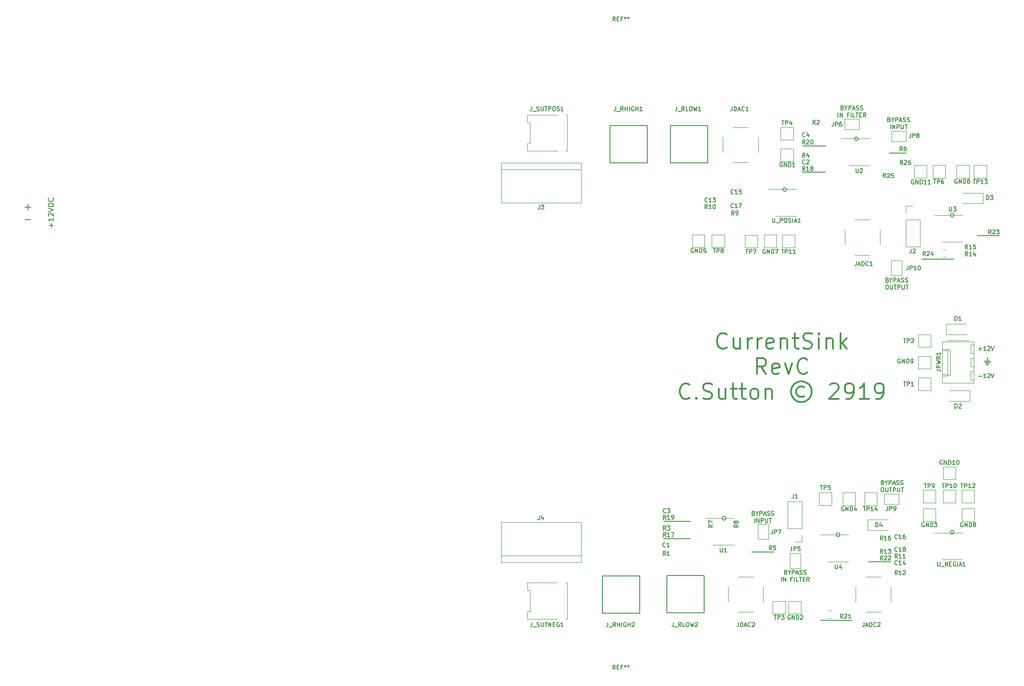
<source format=gbr>
G04 #@! TF.GenerationSoftware,KiCad,Pcbnew,(5.1.2-1)-1*
G04 #@! TF.CreationDate,2019-07-19T20:23:14+01:00*
G04 #@! TF.ProjectId,CurrentSinkModule,43757272-656e-4745-9369-6e6b4d6f6475,RevC*
G04 #@! TF.SameCoordinates,Original*
G04 #@! TF.FileFunction,Legend,Top*
G04 #@! TF.FilePolarity,Positive*
%FSLAX46Y46*%
G04 Gerber Fmt 4.6, Leading zero omitted, Abs format (unit mm)*
G04 Created by KiCad (PCBNEW (5.1.2-1)-1) date 2019-07-19 20:23:14*
%MOMM*%
%LPD*%
G04 APERTURE LIST*
%ADD10C,0.150000*%
%ADD11C,0.300000*%
%ADD12C,0.120000*%
G04 APERTURE END LIST*
D10*
X259296123Y-61193057D02*
X259410409Y-61231152D01*
X259448504Y-61269247D01*
X259486600Y-61345438D01*
X259486600Y-61459723D01*
X259448504Y-61535914D01*
X259410409Y-61574009D01*
X259334219Y-61612104D01*
X259029457Y-61612104D01*
X259029457Y-60812104D01*
X259296123Y-60812104D01*
X259372314Y-60850200D01*
X259410409Y-60888295D01*
X259448504Y-60964485D01*
X259448504Y-61040676D01*
X259410409Y-61116866D01*
X259372314Y-61154961D01*
X259296123Y-61193057D01*
X259029457Y-61193057D01*
X259981838Y-61231152D02*
X259981838Y-61612104D01*
X259715171Y-60812104D02*
X259981838Y-61231152D01*
X260248504Y-60812104D01*
X260515171Y-61612104D02*
X260515171Y-60812104D01*
X260819933Y-60812104D01*
X260896123Y-60850200D01*
X260934219Y-60888295D01*
X260972314Y-60964485D01*
X260972314Y-61078771D01*
X260934219Y-61154961D01*
X260896123Y-61193057D01*
X260819933Y-61231152D01*
X260515171Y-61231152D01*
X261277076Y-61383533D02*
X261658028Y-61383533D01*
X261200885Y-61612104D02*
X261467552Y-60812104D01*
X261734219Y-61612104D01*
X261962790Y-61574009D02*
X262077076Y-61612104D01*
X262267552Y-61612104D01*
X262343742Y-61574009D01*
X262381838Y-61535914D01*
X262419933Y-61459723D01*
X262419933Y-61383533D01*
X262381838Y-61307342D01*
X262343742Y-61269247D01*
X262267552Y-61231152D01*
X262115171Y-61193057D01*
X262038980Y-61154961D01*
X262000885Y-61116866D01*
X261962790Y-61040676D01*
X261962790Y-60964485D01*
X262000885Y-60888295D01*
X262038980Y-60850200D01*
X262115171Y-60812104D01*
X262305647Y-60812104D01*
X262419933Y-60850200D01*
X262724695Y-61574009D02*
X262838980Y-61612104D01*
X263029457Y-61612104D01*
X263105647Y-61574009D01*
X263143742Y-61535914D01*
X263181838Y-61459723D01*
X263181838Y-61383533D01*
X263143742Y-61307342D01*
X263105647Y-61269247D01*
X263029457Y-61231152D01*
X262877076Y-61193057D01*
X262800885Y-61154961D01*
X262762790Y-61116866D01*
X262724695Y-61040676D01*
X262724695Y-60964485D01*
X262762790Y-60888295D01*
X262800885Y-60850200D01*
X262877076Y-60812104D01*
X263067552Y-60812104D01*
X263181838Y-60850200D01*
X259543742Y-62962104D02*
X259543742Y-62162104D01*
X259924695Y-62962104D02*
X259924695Y-62162104D01*
X260381838Y-62962104D01*
X260381838Y-62162104D01*
X260762790Y-62962104D02*
X260762790Y-62162104D01*
X261067552Y-62162104D01*
X261143742Y-62200200D01*
X261181838Y-62238295D01*
X261219933Y-62314485D01*
X261219933Y-62428771D01*
X261181838Y-62504961D01*
X261143742Y-62543057D01*
X261067552Y-62581152D01*
X260762790Y-62581152D01*
X261562790Y-62162104D02*
X261562790Y-62809723D01*
X261600885Y-62885914D01*
X261638980Y-62924009D01*
X261715171Y-62962104D01*
X261867552Y-62962104D01*
X261943742Y-62924009D01*
X261981838Y-62885914D01*
X262019933Y-62809723D01*
X262019933Y-62162104D01*
X262286600Y-62162104D02*
X262743742Y-62162104D01*
X262515171Y-62962104D02*
X262515171Y-62162104D01*
X233413523Y-136326257D02*
X233527809Y-136364352D01*
X233565904Y-136402447D01*
X233604000Y-136478638D01*
X233604000Y-136592923D01*
X233565904Y-136669114D01*
X233527809Y-136707209D01*
X233451619Y-136745304D01*
X233146857Y-136745304D01*
X233146857Y-135945304D01*
X233413523Y-135945304D01*
X233489714Y-135983400D01*
X233527809Y-136021495D01*
X233565904Y-136097685D01*
X233565904Y-136173876D01*
X233527809Y-136250066D01*
X233489714Y-136288161D01*
X233413523Y-136326257D01*
X233146857Y-136326257D01*
X234099238Y-136364352D02*
X234099238Y-136745304D01*
X233832571Y-135945304D02*
X234099238Y-136364352D01*
X234365904Y-135945304D01*
X234632571Y-136745304D02*
X234632571Y-135945304D01*
X234937333Y-135945304D01*
X235013523Y-135983400D01*
X235051619Y-136021495D01*
X235089714Y-136097685D01*
X235089714Y-136211971D01*
X235051619Y-136288161D01*
X235013523Y-136326257D01*
X234937333Y-136364352D01*
X234632571Y-136364352D01*
X235394476Y-136516733D02*
X235775428Y-136516733D01*
X235318285Y-136745304D02*
X235584952Y-135945304D01*
X235851619Y-136745304D01*
X236080190Y-136707209D02*
X236194476Y-136745304D01*
X236384952Y-136745304D01*
X236461142Y-136707209D01*
X236499238Y-136669114D01*
X236537333Y-136592923D01*
X236537333Y-136516733D01*
X236499238Y-136440542D01*
X236461142Y-136402447D01*
X236384952Y-136364352D01*
X236232571Y-136326257D01*
X236156380Y-136288161D01*
X236118285Y-136250066D01*
X236080190Y-136173876D01*
X236080190Y-136097685D01*
X236118285Y-136021495D01*
X236156380Y-135983400D01*
X236232571Y-135945304D01*
X236423047Y-135945304D01*
X236537333Y-135983400D01*
X236842095Y-136707209D02*
X236956380Y-136745304D01*
X237146857Y-136745304D01*
X237223047Y-136707209D01*
X237261142Y-136669114D01*
X237299238Y-136592923D01*
X237299238Y-136516733D01*
X237261142Y-136440542D01*
X237223047Y-136402447D01*
X237146857Y-136364352D01*
X236994476Y-136326257D01*
X236918285Y-136288161D01*
X236880190Y-136250066D01*
X236842095Y-136173876D01*
X236842095Y-136097685D01*
X236880190Y-136021495D01*
X236918285Y-135983400D01*
X236994476Y-135945304D01*
X237184952Y-135945304D01*
X237299238Y-135983400D01*
X233661142Y-138095304D02*
X233661142Y-137295304D01*
X234042095Y-138095304D02*
X234042095Y-137295304D01*
X234499238Y-138095304D01*
X234499238Y-137295304D01*
X234880190Y-138095304D02*
X234880190Y-137295304D01*
X235184952Y-137295304D01*
X235261142Y-137333400D01*
X235299238Y-137371495D01*
X235337333Y-137447685D01*
X235337333Y-137561971D01*
X235299238Y-137638161D01*
X235261142Y-137676257D01*
X235184952Y-137714352D01*
X234880190Y-137714352D01*
X235680190Y-137295304D02*
X235680190Y-137942923D01*
X235718285Y-138019114D01*
X235756380Y-138057209D01*
X235832571Y-138095304D01*
X235984952Y-138095304D01*
X236061142Y-138057209D01*
X236099238Y-138019114D01*
X236137333Y-137942923D01*
X236137333Y-137295304D01*
X236404000Y-137295304D02*
X236861142Y-137295304D01*
X236632571Y-138095304D02*
X236632571Y-137295304D01*
X239585723Y-147553057D02*
X239700009Y-147591152D01*
X239738104Y-147629247D01*
X239776200Y-147705438D01*
X239776200Y-147819723D01*
X239738104Y-147895914D01*
X239700009Y-147934009D01*
X239623819Y-147972104D01*
X239319057Y-147972104D01*
X239319057Y-147172104D01*
X239585723Y-147172104D01*
X239661914Y-147210200D01*
X239700009Y-147248295D01*
X239738104Y-147324485D01*
X239738104Y-147400676D01*
X239700009Y-147476866D01*
X239661914Y-147514961D01*
X239585723Y-147553057D01*
X239319057Y-147553057D01*
X240271438Y-147591152D02*
X240271438Y-147972104D01*
X240004771Y-147172104D02*
X240271438Y-147591152D01*
X240538104Y-147172104D01*
X240804771Y-147972104D02*
X240804771Y-147172104D01*
X241109533Y-147172104D01*
X241185723Y-147210200D01*
X241223819Y-147248295D01*
X241261914Y-147324485D01*
X241261914Y-147438771D01*
X241223819Y-147514961D01*
X241185723Y-147553057D01*
X241109533Y-147591152D01*
X240804771Y-147591152D01*
X241566676Y-147743533D02*
X241947628Y-147743533D01*
X241490485Y-147972104D02*
X241757152Y-147172104D01*
X242023819Y-147972104D01*
X242252390Y-147934009D02*
X242366676Y-147972104D01*
X242557152Y-147972104D01*
X242633342Y-147934009D01*
X242671438Y-147895914D01*
X242709533Y-147819723D01*
X242709533Y-147743533D01*
X242671438Y-147667342D01*
X242633342Y-147629247D01*
X242557152Y-147591152D01*
X242404771Y-147553057D01*
X242328580Y-147514961D01*
X242290485Y-147476866D01*
X242252390Y-147400676D01*
X242252390Y-147324485D01*
X242290485Y-147248295D01*
X242328580Y-147210200D01*
X242404771Y-147172104D01*
X242595247Y-147172104D01*
X242709533Y-147210200D01*
X243014295Y-147934009D02*
X243128580Y-147972104D01*
X243319057Y-147972104D01*
X243395247Y-147934009D01*
X243433342Y-147895914D01*
X243471438Y-147819723D01*
X243471438Y-147743533D01*
X243433342Y-147667342D01*
X243395247Y-147629247D01*
X243319057Y-147591152D01*
X243166676Y-147553057D01*
X243090485Y-147514961D01*
X243052390Y-147476866D01*
X243014295Y-147400676D01*
X243014295Y-147324485D01*
X243052390Y-147248295D01*
X243090485Y-147210200D01*
X243166676Y-147172104D01*
X243357152Y-147172104D01*
X243471438Y-147210200D01*
X238728580Y-149322104D02*
X238728580Y-148522104D01*
X239109533Y-149322104D02*
X239109533Y-148522104D01*
X239566676Y-149322104D01*
X239566676Y-148522104D01*
X240823819Y-148903057D02*
X240557152Y-148903057D01*
X240557152Y-149322104D02*
X240557152Y-148522104D01*
X240938104Y-148522104D01*
X241242866Y-149322104D02*
X241242866Y-148522104D01*
X242004771Y-149322104D02*
X241623819Y-149322104D01*
X241623819Y-148522104D01*
X242157152Y-148522104D02*
X242614295Y-148522104D01*
X242385723Y-149322104D02*
X242385723Y-148522104D01*
X242880961Y-148903057D02*
X243147628Y-148903057D01*
X243261914Y-149322104D02*
X242880961Y-149322104D01*
X242880961Y-148522104D01*
X243261914Y-148522104D01*
X244061914Y-149322104D02*
X243795247Y-148941152D01*
X243604771Y-149322104D02*
X243604771Y-148522104D01*
X243909533Y-148522104D01*
X243985723Y-148560200D01*
X244023819Y-148598295D01*
X244061914Y-148674485D01*
X244061914Y-148788771D01*
X244023819Y-148864961D01*
X243985723Y-148903057D01*
X243909533Y-148941152D01*
X243604771Y-148941152D01*
X250368023Y-58957857D02*
X250482309Y-58995952D01*
X250520404Y-59034047D01*
X250558500Y-59110238D01*
X250558500Y-59224523D01*
X250520404Y-59300714D01*
X250482309Y-59338809D01*
X250406119Y-59376904D01*
X250101357Y-59376904D01*
X250101357Y-58576904D01*
X250368023Y-58576904D01*
X250444214Y-58615000D01*
X250482309Y-58653095D01*
X250520404Y-58729285D01*
X250520404Y-58805476D01*
X250482309Y-58881666D01*
X250444214Y-58919761D01*
X250368023Y-58957857D01*
X250101357Y-58957857D01*
X251053738Y-58995952D02*
X251053738Y-59376904D01*
X250787071Y-58576904D02*
X251053738Y-58995952D01*
X251320404Y-58576904D01*
X251587071Y-59376904D02*
X251587071Y-58576904D01*
X251891833Y-58576904D01*
X251968023Y-58615000D01*
X252006119Y-58653095D01*
X252044214Y-58729285D01*
X252044214Y-58843571D01*
X252006119Y-58919761D01*
X251968023Y-58957857D01*
X251891833Y-58995952D01*
X251587071Y-58995952D01*
X252348976Y-59148333D02*
X252729928Y-59148333D01*
X252272785Y-59376904D02*
X252539452Y-58576904D01*
X252806119Y-59376904D01*
X253034690Y-59338809D02*
X253148976Y-59376904D01*
X253339452Y-59376904D01*
X253415642Y-59338809D01*
X253453738Y-59300714D01*
X253491833Y-59224523D01*
X253491833Y-59148333D01*
X253453738Y-59072142D01*
X253415642Y-59034047D01*
X253339452Y-58995952D01*
X253187071Y-58957857D01*
X253110880Y-58919761D01*
X253072785Y-58881666D01*
X253034690Y-58805476D01*
X253034690Y-58729285D01*
X253072785Y-58653095D01*
X253110880Y-58615000D01*
X253187071Y-58576904D01*
X253377547Y-58576904D01*
X253491833Y-58615000D01*
X253796595Y-59338809D02*
X253910880Y-59376904D01*
X254101357Y-59376904D01*
X254177547Y-59338809D01*
X254215642Y-59300714D01*
X254253738Y-59224523D01*
X254253738Y-59148333D01*
X254215642Y-59072142D01*
X254177547Y-59034047D01*
X254101357Y-58995952D01*
X253948976Y-58957857D01*
X253872785Y-58919761D01*
X253834690Y-58881666D01*
X253796595Y-58805476D01*
X253796595Y-58729285D01*
X253834690Y-58653095D01*
X253872785Y-58615000D01*
X253948976Y-58576904D01*
X254139452Y-58576904D01*
X254253738Y-58615000D01*
X249510880Y-60726904D02*
X249510880Y-59926904D01*
X249891833Y-60726904D02*
X249891833Y-59926904D01*
X250348976Y-60726904D01*
X250348976Y-59926904D01*
X251606119Y-60307857D02*
X251339452Y-60307857D01*
X251339452Y-60726904D02*
X251339452Y-59926904D01*
X251720404Y-59926904D01*
X252025166Y-60726904D02*
X252025166Y-59926904D01*
X252787071Y-60726904D02*
X252406119Y-60726904D01*
X252406119Y-59926904D01*
X252939452Y-59926904D02*
X253396595Y-59926904D01*
X253168023Y-60726904D02*
X253168023Y-59926904D01*
X253663261Y-60307857D02*
X253929928Y-60307857D01*
X254044214Y-60726904D02*
X253663261Y-60726904D01*
X253663261Y-59926904D01*
X254044214Y-59926904D01*
X254844214Y-60726904D02*
X254577547Y-60345952D01*
X254387071Y-60726904D02*
X254387071Y-59926904D01*
X254691833Y-59926904D01*
X254768023Y-59965000D01*
X254806119Y-60003095D01*
X254844214Y-60079285D01*
X254844214Y-60193571D01*
X254806119Y-60269761D01*
X254768023Y-60307857D01*
X254691833Y-60345952D01*
X254387071Y-60345952D01*
X258940523Y-91787357D02*
X259054809Y-91825452D01*
X259092904Y-91863547D01*
X259131000Y-91939738D01*
X259131000Y-92054023D01*
X259092904Y-92130214D01*
X259054809Y-92168309D01*
X258978619Y-92206404D01*
X258673857Y-92206404D01*
X258673857Y-91406404D01*
X258940523Y-91406404D01*
X259016714Y-91444500D01*
X259054809Y-91482595D01*
X259092904Y-91558785D01*
X259092904Y-91634976D01*
X259054809Y-91711166D01*
X259016714Y-91749261D01*
X258940523Y-91787357D01*
X258673857Y-91787357D01*
X259626238Y-91825452D02*
X259626238Y-92206404D01*
X259359571Y-91406404D02*
X259626238Y-91825452D01*
X259892904Y-91406404D01*
X260159571Y-92206404D02*
X260159571Y-91406404D01*
X260464333Y-91406404D01*
X260540523Y-91444500D01*
X260578619Y-91482595D01*
X260616714Y-91558785D01*
X260616714Y-91673071D01*
X260578619Y-91749261D01*
X260540523Y-91787357D01*
X260464333Y-91825452D01*
X260159571Y-91825452D01*
X260921476Y-91977833D02*
X261302428Y-91977833D01*
X260845285Y-92206404D02*
X261111952Y-91406404D01*
X261378619Y-92206404D01*
X261607190Y-92168309D02*
X261721476Y-92206404D01*
X261911952Y-92206404D01*
X261988142Y-92168309D01*
X262026238Y-92130214D01*
X262064333Y-92054023D01*
X262064333Y-91977833D01*
X262026238Y-91901642D01*
X261988142Y-91863547D01*
X261911952Y-91825452D01*
X261759571Y-91787357D01*
X261683380Y-91749261D01*
X261645285Y-91711166D01*
X261607190Y-91634976D01*
X261607190Y-91558785D01*
X261645285Y-91482595D01*
X261683380Y-91444500D01*
X261759571Y-91406404D01*
X261950047Y-91406404D01*
X262064333Y-91444500D01*
X262369095Y-92168309D02*
X262483380Y-92206404D01*
X262673857Y-92206404D01*
X262750047Y-92168309D01*
X262788142Y-92130214D01*
X262826238Y-92054023D01*
X262826238Y-91977833D01*
X262788142Y-91901642D01*
X262750047Y-91863547D01*
X262673857Y-91825452D01*
X262521476Y-91787357D01*
X262445285Y-91749261D01*
X262407190Y-91711166D01*
X262369095Y-91634976D01*
X262369095Y-91558785D01*
X262407190Y-91482595D01*
X262445285Y-91444500D01*
X262521476Y-91406404D01*
X262711952Y-91406404D01*
X262826238Y-91444500D01*
X258807190Y-92756404D02*
X258959571Y-92756404D01*
X259035761Y-92794500D01*
X259111952Y-92870690D01*
X259150047Y-93023071D01*
X259150047Y-93289738D01*
X259111952Y-93442119D01*
X259035761Y-93518309D01*
X258959571Y-93556404D01*
X258807190Y-93556404D01*
X258731000Y-93518309D01*
X258654809Y-93442119D01*
X258616714Y-93289738D01*
X258616714Y-93023071D01*
X258654809Y-92870690D01*
X258731000Y-92794500D01*
X258807190Y-92756404D01*
X259492904Y-92756404D02*
X259492904Y-93404023D01*
X259531000Y-93480214D01*
X259569095Y-93518309D01*
X259645285Y-93556404D01*
X259797666Y-93556404D01*
X259873857Y-93518309D01*
X259911952Y-93480214D01*
X259950047Y-93404023D01*
X259950047Y-92756404D01*
X260216714Y-92756404D02*
X260673857Y-92756404D01*
X260445285Y-93556404D02*
X260445285Y-92756404D01*
X260940523Y-93556404D02*
X260940523Y-92756404D01*
X261245285Y-92756404D01*
X261321476Y-92794500D01*
X261359571Y-92832595D01*
X261397666Y-92908785D01*
X261397666Y-93023071D01*
X261359571Y-93099261D01*
X261321476Y-93137357D01*
X261245285Y-93175452D01*
X260940523Y-93175452D01*
X261740523Y-92756404D02*
X261740523Y-93404023D01*
X261778619Y-93480214D01*
X261816714Y-93518309D01*
X261892904Y-93556404D01*
X262045285Y-93556404D01*
X262121476Y-93518309D01*
X262159571Y-93480214D01*
X262197666Y-93404023D01*
X262197666Y-92756404D01*
X262464333Y-92756404D02*
X262921476Y-92756404D01*
X262692904Y-93556404D02*
X262692904Y-92756404D01*
X258051523Y-130458857D02*
X258165809Y-130496952D01*
X258203904Y-130535047D01*
X258242000Y-130611238D01*
X258242000Y-130725523D01*
X258203904Y-130801714D01*
X258165809Y-130839809D01*
X258089619Y-130877904D01*
X257784857Y-130877904D01*
X257784857Y-130077904D01*
X258051523Y-130077904D01*
X258127714Y-130116000D01*
X258165809Y-130154095D01*
X258203904Y-130230285D01*
X258203904Y-130306476D01*
X258165809Y-130382666D01*
X258127714Y-130420761D01*
X258051523Y-130458857D01*
X257784857Y-130458857D01*
X258737238Y-130496952D02*
X258737238Y-130877904D01*
X258470571Y-130077904D02*
X258737238Y-130496952D01*
X259003904Y-130077904D01*
X259270571Y-130877904D02*
X259270571Y-130077904D01*
X259575333Y-130077904D01*
X259651523Y-130116000D01*
X259689619Y-130154095D01*
X259727714Y-130230285D01*
X259727714Y-130344571D01*
X259689619Y-130420761D01*
X259651523Y-130458857D01*
X259575333Y-130496952D01*
X259270571Y-130496952D01*
X260032476Y-130649333D02*
X260413428Y-130649333D01*
X259956285Y-130877904D02*
X260222952Y-130077904D01*
X260489619Y-130877904D01*
X260718190Y-130839809D02*
X260832476Y-130877904D01*
X261022952Y-130877904D01*
X261099142Y-130839809D01*
X261137238Y-130801714D01*
X261175333Y-130725523D01*
X261175333Y-130649333D01*
X261137238Y-130573142D01*
X261099142Y-130535047D01*
X261022952Y-130496952D01*
X260870571Y-130458857D01*
X260794380Y-130420761D01*
X260756285Y-130382666D01*
X260718190Y-130306476D01*
X260718190Y-130230285D01*
X260756285Y-130154095D01*
X260794380Y-130116000D01*
X260870571Y-130077904D01*
X261061047Y-130077904D01*
X261175333Y-130116000D01*
X261480095Y-130839809D02*
X261594380Y-130877904D01*
X261784857Y-130877904D01*
X261861047Y-130839809D01*
X261899142Y-130801714D01*
X261937238Y-130725523D01*
X261937238Y-130649333D01*
X261899142Y-130573142D01*
X261861047Y-130535047D01*
X261784857Y-130496952D01*
X261632476Y-130458857D01*
X261556285Y-130420761D01*
X261518190Y-130382666D01*
X261480095Y-130306476D01*
X261480095Y-130230285D01*
X261518190Y-130154095D01*
X261556285Y-130116000D01*
X261632476Y-130077904D01*
X261822952Y-130077904D01*
X261937238Y-130116000D01*
X257918190Y-131427904D02*
X258070571Y-131427904D01*
X258146761Y-131466000D01*
X258222952Y-131542190D01*
X258261047Y-131694571D01*
X258261047Y-131961238D01*
X258222952Y-132113619D01*
X258146761Y-132189809D01*
X258070571Y-132227904D01*
X257918190Y-132227904D01*
X257842000Y-132189809D01*
X257765809Y-132113619D01*
X257727714Y-131961238D01*
X257727714Y-131694571D01*
X257765809Y-131542190D01*
X257842000Y-131466000D01*
X257918190Y-131427904D01*
X258603904Y-131427904D02*
X258603904Y-132075523D01*
X258642000Y-132151714D01*
X258680095Y-132189809D01*
X258756285Y-132227904D01*
X258908666Y-132227904D01*
X258984857Y-132189809D01*
X259022952Y-132151714D01*
X259061047Y-132075523D01*
X259061047Y-131427904D01*
X259327714Y-131427904D02*
X259784857Y-131427904D01*
X259556285Y-132227904D02*
X259556285Y-131427904D01*
X260051523Y-132227904D02*
X260051523Y-131427904D01*
X260356285Y-131427904D01*
X260432476Y-131466000D01*
X260470571Y-131504095D01*
X260508666Y-131580285D01*
X260508666Y-131694571D01*
X260470571Y-131770761D01*
X260432476Y-131808857D01*
X260356285Y-131846952D01*
X260051523Y-131846952D01*
X260851523Y-131427904D02*
X260851523Y-132075523D01*
X260889619Y-132151714D01*
X260927714Y-132189809D01*
X261003904Y-132227904D01*
X261156285Y-132227904D01*
X261232476Y-132189809D01*
X261270571Y-132151714D01*
X261308666Y-132075523D01*
X261308666Y-131427904D01*
X261575333Y-131427904D02*
X262032476Y-131427904D01*
X261803904Y-132227904D02*
X261803904Y-131427904D01*
X216217500Y-141160500D02*
X221424500Y-141160500D01*
X216281000Y-137858500D02*
X221424500Y-137858500D01*
X233108500Y-143700500D02*
X237299500Y-143700500D01*
X246227600Y-156718000D02*
X252196600Y-156718000D01*
X255333500Y-145605500D02*
X259588000Y-145605500D01*
X276098000Y-83375500D02*
X280289000Y-83375500D01*
X265493500Y-87820500D02*
X271589500Y-87820500D01*
X259334000Y-67564000D02*
X262509000Y-67564000D01*
X242760500Y-71247000D02*
X247142000Y-71247000D01*
X242824000Y-66230500D02*
X247205500Y-66230500D01*
X277876000Y-108077000D02*
X278130000Y-108077000D01*
X277685500Y-107823000D02*
X278320500Y-107823000D01*
X277495000Y-107569000D02*
X278511000Y-107569000D01*
X277368000Y-107315000D02*
X278638000Y-107315000D01*
X278003000Y-106553000D02*
X278003000Y-107315000D01*
X276339476Y-104959142D02*
X276949000Y-104959142D01*
X276644238Y-105263904D02*
X276644238Y-104654380D01*
X277749000Y-105263904D02*
X277291857Y-105263904D01*
X277520428Y-105263904D02*
X277520428Y-104463904D01*
X277444238Y-104578190D01*
X277368047Y-104654380D01*
X277291857Y-104692476D01*
X278053761Y-104540095D02*
X278091857Y-104502000D01*
X278168047Y-104463904D01*
X278358523Y-104463904D01*
X278434714Y-104502000D01*
X278472809Y-104540095D01*
X278510904Y-104616285D01*
X278510904Y-104692476D01*
X278472809Y-104806761D01*
X278015666Y-105263904D01*
X278510904Y-105263904D01*
X278739476Y-104463904D02*
X279006142Y-105263904D01*
X279272809Y-104463904D01*
X276339476Y-110166142D02*
X276949000Y-110166142D01*
X277749000Y-110470904D02*
X277291857Y-110470904D01*
X277520428Y-110470904D02*
X277520428Y-109670904D01*
X277444238Y-109785190D01*
X277368047Y-109861380D01*
X277291857Y-109899476D01*
X278053761Y-109747095D02*
X278091857Y-109709000D01*
X278168047Y-109670904D01*
X278358523Y-109670904D01*
X278434714Y-109709000D01*
X278472809Y-109747095D01*
X278510904Y-109823285D01*
X278510904Y-109899476D01*
X278472809Y-110013761D01*
X278015666Y-110470904D01*
X278510904Y-110470904D01*
X278739476Y-109670904D02*
X279006142Y-110470904D01*
X279272809Y-109670904D01*
X228197210Y-137287000D02*
G75*
G03X228197210Y-137287000I-359210J0D01*
G01*
X249914210Y-140442000D02*
G75*
G03X249914210Y-140442000I-359210J0D01*
G01*
X271631210Y-139975790D02*
G75*
G03X271631210Y-139975790I-359210J0D01*
G01*
X239754210Y-74549000D02*
G75*
G03X239754210Y-74549000I-359210J0D01*
G01*
X271656610Y-79451200D02*
G75*
G03X271656610Y-79451200I-359210J0D01*
G01*
X253394010Y-64871600D02*
G75*
G03X253394010Y-64871600I-359210J0D01*
G01*
X94551571Y-77901142D02*
X95694428Y-77901142D01*
X95123000Y-78472571D02*
X95123000Y-77329714D01*
X94551571Y-80301142D02*
X95694428Y-80301142D01*
X99639428Y-81755904D02*
X99639428Y-80994000D01*
X100020380Y-81374952D02*
X99258476Y-81374952D01*
X100020380Y-79994000D02*
X100020380Y-80565428D01*
X100020380Y-80279714D02*
X99020380Y-80279714D01*
X99163238Y-80374952D01*
X99258476Y-80470190D01*
X99306095Y-80565428D01*
X99115619Y-79613047D02*
X99068000Y-79565428D01*
X99020380Y-79470190D01*
X99020380Y-79232095D01*
X99068000Y-79136857D01*
X99115619Y-79089238D01*
X99210857Y-79041619D01*
X99306095Y-79041619D01*
X99448952Y-79089238D01*
X100020380Y-79660666D01*
X100020380Y-79041619D01*
X99020380Y-78755904D02*
X100020380Y-78422571D01*
X99020380Y-78089238D01*
X100020380Y-77755904D02*
X99020380Y-77755904D01*
X99020380Y-77517809D01*
X99068000Y-77374952D01*
X99163238Y-77279714D01*
X99258476Y-77232095D01*
X99448952Y-77184476D01*
X99591809Y-77184476D01*
X99782285Y-77232095D01*
X99877523Y-77279714D01*
X99972761Y-77374952D01*
X100020380Y-77517809D01*
X100020380Y-77755904D01*
X99925142Y-76184476D02*
X99972761Y-76232095D01*
X100020380Y-76374952D01*
X100020380Y-76470190D01*
X99972761Y-76613047D01*
X99877523Y-76708285D01*
X99782285Y-76755904D01*
X99591809Y-76803523D01*
X99448952Y-76803523D01*
X99258476Y-76755904D01*
X99163238Y-76708285D01*
X99068000Y-76613047D01*
X99020380Y-76470190D01*
X99020380Y-76374952D01*
X99068000Y-76232095D01*
X99115619Y-76184476D01*
D11*
X228323500Y-104665928D02*
X228180642Y-104808785D01*
X227752071Y-104951642D01*
X227466357Y-104951642D01*
X227037785Y-104808785D01*
X226752071Y-104523071D01*
X226609214Y-104237357D01*
X226466357Y-103665928D01*
X226466357Y-103237357D01*
X226609214Y-102665928D01*
X226752071Y-102380214D01*
X227037785Y-102094500D01*
X227466357Y-101951642D01*
X227752071Y-101951642D01*
X228180642Y-102094500D01*
X228323500Y-102237357D01*
X230894928Y-102951642D02*
X230894928Y-104951642D01*
X229609214Y-102951642D02*
X229609214Y-104523071D01*
X229752071Y-104808785D01*
X230037785Y-104951642D01*
X230466357Y-104951642D01*
X230752071Y-104808785D01*
X230894928Y-104665928D01*
X232323500Y-104951642D02*
X232323500Y-102951642D01*
X232323500Y-103523071D02*
X232466357Y-103237357D01*
X232609214Y-103094500D01*
X232894928Y-102951642D01*
X233180642Y-102951642D01*
X234180642Y-104951642D02*
X234180642Y-102951642D01*
X234180642Y-103523071D02*
X234323500Y-103237357D01*
X234466357Y-103094500D01*
X234752071Y-102951642D01*
X235037785Y-102951642D01*
X237180642Y-104808785D02*
X236894928Y-104951642D01*
X236323500Y-104951642D01*
X236037785Y-104808785D01*
X235894928Y-104523071D01*
X235894928Y-103380214D01*
X236037785Y-103094500D01*
X236323500Y-102951642D01*
X236894928Y-102951642D01*
X237180642Y-103094500D01*
X237323500Y-103380214D01*
X237323500Y-103665928D01*
X235894928Y-103951642D01*
X238609214Y-102951642D02*
X238609214Y-104951642D01*
X238609214Y-103237357D02*
X238752071Y-103094500D01*
X239037785Y-102951642D01*
X239466357Y-102951642D01*
X239752071Y-103094500D01*
X239894928Y-103380214D01*
X239894928Y-104951642D01*
X240894928Y-102951642D02*
X242037785Y-102951642D01*
X241323500Y-101951642D02*
X241323500Y-104523071D01*
X241466357Y-104808785D01*
X241752071Y-104951642D01*
X242037785Y-104951642D01*
X242894928Y-104808785D02*
X243323500Y-104951642D01*
X244037785Y-104951642D01*
X244323500Y-104808785D01*
X244466357Y-104665928D01*
X244609214Y-104380214D01*
X244609214Y-104094500D01*
X244466357Y-103808785D01*
X244323500Y-103665928D01*
X244037785Y-103523071D01*
X243466357Y-103380214D01*
X243180642Y-103237357D01*
X243037785Y-103094500D01*
X242894928Y-102808785D01*
X242894928Y-102523071D01*
X243037785Y-102237357D01*
X243180642Y-102094500D01*
X243466357Y-101951642D01*
X244180642Y-101951642D01*
X244609214Y-102094500D01*
X245894928Y-104951642D02*
X245894928Y-102951642D01*
X245894928Y-101951642D02*
X245752071Y-102094500D01*
X245894928Y-102237357D01*
X246037785Y-102094500D01*
X245894928Y-101951642D01*
X245894928Y-102237357D01*
X247323500Y-102951642D02*
X247323500Y-104951642D01*
X247323500Y-103237357D02*
X247466357Y-103094500D01*
X247752071Y-102951642D01*
X248180642Y-102951642D01*
X248466357Y-103094500D01*
X248609214Y-103380214D01*
X248609214Y-104951642D01*
X250037785Y-104951642D02*
X250037785Y-101951642D01*
X250323500Y-103808785D02*
X251180642Y-104951642D01*
X251180642Y-102951642D02*
X250037785Y-104094500D01*
X235823500Y-109751642D02*
X234823500Y-108323071D01*
X234109214Y-109751642D02*
X234109214Y-106751642D01*
X235252071Y-106751642D01*
X235537785Y-106894500D01*
X235680642Y-107037357D01*
X235823500Y-107323071D01*
X235823500Y-107751642D01*
X235680642Y-108037357D01*
X235537785Y-108180214D01*
X235252071Y-108323071D01*
X234109214Y-108323071D01*
X238252071Y-109608785D02*
X237966357Y-109751642D01*
X237394928Y-109751642D01*
X237109214Y-109608785D01*
X236966357Y-109323071D01*
X236966357Y-108180214D01*
X237109214Y-107894500D01*
X237394928Y-107751642D01*
X237966357Y-107751642D01*
X238252071Y-107894500D01*
X238394928Y-108180214D01*
X238394928Y-108465928D01*
X236966357Y-108751642D01*
X239394928Y-107751642D02*
X240109214Y-109751642D01*
X240823500Y-107751642D01*
X243680642Y-109465928D02*
X243537785Y-109608785D01*
X243109214Y-109751642D01*
X242823500Y-109751642D01*
X242394928Y-109608785D01*
X242109214Y-109323071D01*
X241966357Y-109037357D01*
X241823500Y-108465928D01*
X241823500Y-108037357D01*
X241966357Y-107465928D01*
X242109214Y-107180214D01*
X242394928Y-106894500D01*
X242823500Y-106751642D01*
X243109214Y-106751642D01*
X243537785Y-106894500D01*
X243680642Y-107037357D01*
X221252071Y-114265928D02*
X221109214Y-114408785D01*
X220680642Y-114551642D01*
X220394928Y-114551642D01*
X219966357Y-114408785D01*
X219680642Y-114123071D01*
X219537785Y-113837357D01*
X219394928Y-113265928D01*
X219394928Y-112837357D01*
X219537785Y-112265928D01*
X219680642Y-111980214D01*
X219966357Y-111694500D01*
X220394928Y-111551642D01*
X220680642Y-111551642D01*
X221109214Y-111694500D01*
X221252071Y-111837357D01*
X222537785Y-114265928D02*
X222680642Y-114408785D01*
X222537785Y-114551642D01*
X222394928Y-114408785D01*
X222537785Y-114265928D01*
X222537785Y-114551642D01*
X223823500Y-114408785D02*
X224252071Y-114551642D01*
X224966357Y-114551642D01*
X225252071Y-114408785D01*
X225394928Y-114265928D01*
X225537785Y-113980214D01*
X225537785Y-113694500D01*
X225394928Y-113408785D01*
X225252071Y-113265928D01*
X224966357Y-113123071D01*
X224394928Y-112980214D01*
X224109214Y-112837357D01*
X223966357Y-112694500D01*
X223823500Y-112408785D01*
X223823500Y-112123071D01*
X223966357Y-111837357D01*
X224109214Y-111694500D01*
X224394928Y-111551642D01*
X225109214Y-111551642D01*
X225537785Y-111694500D01*
X228109214Y-112551642D02*
X228109214Y-114551642D01*
X226823500Y-112551642D02*
X226823500Y-114123071D01*
X226966357Y-114408785D01*
X227252071Y-114551642D01*
X227680642Y-114551642D01*
X227966357Y-114408785D01*
X228109214Y-114265928D01*
X229109214Y-112551642D02*
X230252071Y-112551642D01*
X229537785Y-111551642D02*
X229537785Y-114123071D01*
X229680642Y-114408785D01*
X229966357Y-114551642D01*
X230252071Y-114551642D01*
X230823500Y-112551642D02*
X231966357Y-112551642D01*
X231252071Y-111551642D02*
X231252071Y-114123071D01*
X231394928Y-114408785D01*
X231680642Y-114551642D01*
X231966357Y-114551642D01*
X233394928Y-114551642D02*
X233109214Y-114408785D01*
X232966357Y-114265928D01*
X232823500Y-113980214D01*
X232823500Y-113123071D01*
X232966357Y-112837357D01*
X233109214Y-112694500D01*
X233394928Y-112551642D01*
X233823500Y-112551642D01*
X234109214Y-112694500D01*
X234252071Y-112837357D01*
X234394928Y-113123071D01*
X234394928Y-113980214D01*
X234252071Y-114265928D01*
X234109214Y-114408785D01*
X233823500Y-114551642D01*
X233394928Y-114551642D01*
X235680642Y-112551642D02*
X235680642Y-114551642D01*
X235680642Y-112837357D02*
X235823500Y-112694500D01*
X236109214Y-112551642D01*
X236537785Y-112551642D01*
X236823500Y-112694500D01*
X236966357Y-112980214D01*
X236966357Y-114551642D01*
X243109214Y-112265928D02*
X242823500Y-112123071D01*
X242252071Y-112123071D01*
X241966357Y-112265928D01*
X241680642Y-112551642D01*
X241537785Y-112837357D01*
X241537785Y-113408785D01*
X241680642Y-113694500D01*
X241966357Y-113980214D01*
X242252071Y-114123071D01*
X242823500Y-114123071D01*
X243109214Y-113980214D01*
X242537785Y-111123071D02*
X241823500Y-111265928D01*
X241109214Y-111694500D01*
X240680642Y-112408785D01*
X240537785Y-113123071D01*
X240680642Y-113837357D01*
X241109214Y-114551642D01*
X241823500Y-114980214D01*
X242537785Y-115123071D01*
X243252071Y-114980214D01*
X243966357Y-114551642D01*
X244394928Y-113837357D01*
X244537785Y-113123071D01*
X244394928Y-112408785D01*
X243966357Y-111694500D01*
X243252071Y-111265928D01*
X242537785Y-111123071D01*
X247966357Y-111837357D02*
X248109214Y-111694500D01*
X248394928Y-111551642D01*
X249109214Y-111551642D01*
X249394928Y-111694500D01*
X249537785Y-111837357D01*
X249680642Y-112123071D01*
X249680642Y-112408785D01*
X249537785Y-112837357D01*
X247823500Y-114551642D01*
X249680642Y-114551642D01*
X251109214Y-114551642D02*
X251680642Y-114551642D01*
X251966357Y-114408785D01*
X252109214Y-114265928D01*
X252394928Y-113837357D01*
X252537785Y-113265928D01*
X252537785Y-112123071D01*
X252394928Y-111837357D01*
X252252071Y-111694500D01*
X251966357Y-111551642D01*
X251394928Y-111551642D01*
X251109214Y-111694500D01*
X250966357Y-111837357D01*
X250823500Y-112123071D01*
X250823500Y-112837357D01*
X250966357Y-113123071D01*
X251109214Y-113265928D01*
X251394928Y-113408785D01*
X251966357Y-113408785D01*
X252252071Y-113265928D01*
X252394928Y-113123071D01*
X252537785Y-112837357D01*
X255394928Y-114551642D02*
X253680642Y-114551642D01*
X254537785Y-114551642D02*
X254537785Y-111551642D01*
X254252071Y-111980214D01*
X253966357Y-112265928D01*
X253680642Y-112408785D01*
X256823500Y-114551642D02*
X257394928Y-114551642D01*
X257680642Y-114408785D01*
X257823500Y-114265928D01*
X258109214Y-113837357D01*
X258252071Y-113265928D01*
X258252071Y-112123071D01*
X258109214Y-111837357D01*
X257966357Y-111694500D01*
X257680642Y-111551642D01*
X257109214Y-111551642D01*
X256823500Y-111694500D01*
X256680642Y-111837357D01*
X256537785Y-112123071D01*
X256537785Y-112837357D01*
X256680642Y-113123071D01*
X256823500Y-113265928D01*
X257109214Y-113408785D01*
X257680642Y-113408785D01*
X257966357Y-113265928D01*
X258109214Y-113123071D01*
X258252071Y-112837357D01*
D12*
X259667500Y-90935000D02*
X259667500Y-88135000D01*
X259667500Y-88135000D02*
X261667500Y-88135000D01*
X261667500Y-88135000D02*
X261667500Y-90935000D01*
X261667500Y-90935000D02*
X259667500Y-90935000D01*
X261115000Y-134604000D02*
X258315000Y-134604000D01*
X258315000Y-134604000D02*
X258315000Y-132604000D01*
X258315000Y-132604000D02*
X261115000Y-132604000D01*
X261115000Y-132604000D02*
X261115000Y-134604000D01*
X269564000Y-129851000D02*
X269564000Y-127451000D01*
X271964000Y-129851000D02*
X269564000Y-129851000D01*
X271964000Y-127451000D02*
X271964000Y-129851000D01*
X269564000Y-127451000D02*
X271964000Y-127451000D01*
D10*
X206044800Y-65938400D02*
X206044800Y-69494400D01*
X206044800Y-69494400D02*
X212648800Y-69494400D01*
X212648800Y-69494400D02*
X213156800Y-69494400D01*
X213156800Y-69494400D02*
X213156800Y-62382400D01*
X213156800Y-62382400D02*
X206044800Y-62382400D01*
X206044800Y-62382400D02*
X206044800Y-65938400D01*
X224663000Y-62357000D02*
X221107000Y-62357000D01*
X224663000Y-69469000D02*
X224663000Y-62357000D01*
X217551000Y-69469000D02*
X224663000Y-69469000D01*
X217551000Y-68961000D02*
X217551000Y-69469000D01*
X217551000Y-62357000D02*
X217551000Y-68961000D01*
X221107000Y-62357000D02*
X217551000Y-62357000D01*
X220472000Y-148234400D02*
X216916000Y-148234400D01*
X216916000Y-148234400D02*
X216916000Y-154838400D01*
X216916000Y-154838400D02*
X216916000Y-155346400D01*
X216916000Y-155346400D02*
X224028000Y-155346400D01*
X224028000Y-155346400D02*
X224028000Y-148234400D01*
X224028000Y-148234400D02*
X220472000Y-148234400D01*
X204597000Y-148272500D02*
X204597000Y-151828500D01*
X211709000Y-148272500D02*
X204597000Y-148272500D01*
X211709000Y-155384500D02*
X211709000Y-148272500D01*
X211201000Y-155384500D02*
X211709000Y-155384500D01*
X204597000Y-155384500D02*
X211201000Y-155384500D01*
X204597000Y-151828500D02*
X204597000Y-155384500D01*
D12*
X249555000Y-140442000D02*
X246105000Y-140442000D01*
X249555000Y-140442000D02*
X251505000Y-140442000D01*
X249555000Y-145562000D02*
X247605000Y-145562000D01*
X249555000Y-145562000D02*
X251505000Y-145562000D01*
X271360900Y-79431200D02*
X267910900Y-79431200D01*
X271360900Y-79431200D02*
X273310900Y-79431200D01*
X271360900Y-84551200D02*
X269410900Y-84551200D01*
X271360900Y-84551200D02*
X273310900Y-84551200D01*
X253542800Y-64851600D02*
X250092800Y-64851600D01*
X253542800Y-64851600D02*
X255492800Y-64851600D01*
X253542800Y-69971600D02*
X251592800Y-69971600D01*
X253542800Y-69971600D02*
X255492800Y-69971600D01*
X185293000Y-145669000D02*
X200533000Y-145669000D01*
X185293000Y-138049000D02*
X200533000Y-138049000D01*
X185293000Y-144399000D02*
X200533000Y-144399000D01*
X200533000Y-145669000D02*
X200533000Y-138049000D01*
X185293000Y-145669000D02*
X185293000Y-138049000D01*
X200533000Y-69469000D02*
X185293000Y-69469000D01*
X200533000Y-77089000D02*
X185293000Y-77089000D01*
X200533000Y-70739000D02*
X185293000Y-70739000D01*
X185293000Y-69469000D02*
X185293000Y-77089000D01*
X200533000Y-69469000D02*
X200533000Y-77089000D01*
X239649000Y-74465500D02*
X236199000Y-74465500D01*
X239649000Y-74465500D02*
X241599000Y-74465500D01*
X239649000Y-79585500D02*
X237699000Y-79585500D01*
X239649000Y-79585500D02*
X241599000Y-79585500D01*
X271272000Y-140061000D02*
X267822000Y-140061000D01*
X271272000Y-140061000D02*
X273222000Y-140061000D01*
X271272000Y-145181000D02*
X269322000Y-145181000D01*
X271272000Y-145181000D02*
X273222000Y-145181000D01*
X227711000Y-137267000D02*
X224261000Y-137267000D01*
X227711000Y-137267000D02*
X229661000Y-137267000D01*
X227711000Y-142387000D02*
X225761000Y-142387000D01*
X227711000Y-142387000D02*
X229661000Y-142387000D01*
X254578000Y-134804000D02*
X254578000Y-132404000D01*
X256978000Y-134804000D02*
X254578000Y-134804000D01*
X256978000Y-132404000D02*
X256978000Y-134804000D01*
X254578000Y-132404000D02*
X256978000Y-132404000D01*
X275431400Y-69920000D02*
X277831400Y-69920000D01*
X275431400Y-72320000D02*
X275431400Y-69920000D01*
X277831400Y-72320000D02*
X275431400Y-72320000D01*
X277831400Y-69920000D02*
X277831400Y-72320000D01*
X273120000Y-134296000D02*
X273120000Y-131896000D01*
X275520000Y-134296000D02*
X273120000Y-134296000D01*
X275520000Y-131896000D02*
X275520000Y-134296000D01*
X273120000Y-131896000D02*
X275520000Y-131896000D01*
X238931600Y-85616900D02*
X238931600Y-83216900D01*
X241331600Y-85616900D02*
X238931600Y-85616900D01*
X241331600Y-83216900D02*
X241331600Y-85616900D01*
X238931600Y-83216900D02*
X241331600Y-83216900D01*
X269564000Y-134296000D02*
X269564000Y-131896000D01*
X271964000Y-134296000D02*
X269564000Y-134296000D01*
X271964000Y-131896000D02*
X271964000Y-134296000D01*
X269564000Y-131896000D02*
X271964000Y-131896000D01*
X265754000Y-134296000D02*
X265754000Y-131896000D01*
X268154000Y-134296000D02*
X265754000Y-134296000D01*
X268154000Y-131896000D02*
X268154000Y-134296000D01*
X265754000Y-131896000D02*
X268154000Y-131896000D01*
X225495000Y-85540700D02*
X225495000Y-83140700D01*
X227895000Y-85540700D02*
X225495000Y-85540700D01*
X227895000Y-83140700D02*
X227895000Y-85540700D01*
X225495000Y-83140700D02*
X227895000Y-83140700D01*
X231819600Y-85680400D02*
X231819600Y-83280400D01*
X234219600Y-85680400D02*
X231819600Y-85680400D01*
X234219600Y-83280400D02*
X234219600Y-85680400D01*
X231819600Y-83280400D02*
X234219600Y-83280400D01*
X238626800Y-65055600D02*
X238626800Y-62655600D01*
X241026800Y-65055600D02*
X238626800Y-65055600D01*
X241026800Y-62655600D02*
X241026800Y-65055600D01*
X238626800Y-62655600D02*
X241026800Y-62655600D01*
X237077400Y-155505000D02*
X237077400Y-153105000D01*
X239477400Y-155505000D02*
X237077400Y-155505000D01*
X239477400Y-153105000D02*
X239477400Y-155505000D01*
X237077400Y-153105000D02*
X239477400Y-153105000D01*
X264839600Y-104616100D02*
X264839600Y-102216100D01*
X267239600Y-104616100D02*
X264839600Y-104616100D01*
X267239600Y-102216100D02*
X267239600Y-104616100D01*
X264839600Y-102216100D02*
X267239600Y-102216100D01*
X264839600Y-112871100D02*
X264839600Y-110471100D01*
X267239600Y-112871100D02*
X264839600Y-112871100D01*
X267239600Y-110471100D02*
X267239600Y-112871100D01*
X264839600Y-110471100D02*
X267239600Y-110471100D01*
X269550248Y-87451000D02*
X270072752Y-87451000D01*
X269550248Y-86031000D02*
X270072752Y-86031000D01*
X248228752Y-156348500D02*
X247706248Y-156348500D01*
X248228752Y-154928500D02*
X247706248Y-154928500D01*
X259788200Y-63363600D02*
X262588200Y-63363600D01*
X262588200Y-63363600D02*
X262588200Y-65363600D01*
X262588200Y-65363600D02*
X259788200Y-65363600D01*
X259788200Y-65363600D02*
X259788200Y-63363600D01*
X234305600Y-141227000D02*
X234305600Y-138427000D01*
X234305600Y-138427000D02*
X236305600Y-138427000D01*
X236305600Y-138427000D02*
X236305600Y-141227000D01*
X236305600Y-141227000D02*
X234305600Y-141227000D01*
X253545800Y-63077600D02*
X250745800Y-63077600D01*
X250745800Y-63077600D02*
X250745800Y-61077600D01*
X250745800Y-61077600D02*
X253545800Y-61077600D01*
X253545800Y-61077600D02*
X253545800Y-63077600D01*
X240401600Y-146815000D02*
X240401600Y-144015000D01*
X240401600Y-144015000D02*
X242401600Y-144015000D01*
X242401600Y-144015000D02*
X242401600Y-146815000D01*
X242401600Y-146815000D02*
X240401600Y-146815000D01*
X262499800Y-77714800D02*
X263829800Y-77714800D01*
X262499800Y-79044800D02*
X262499800Y-77714800D01*
X262499800Y-80314800D02*
X265159800Y-80314800D01*
X265159800Y-80314800D02*
X265159800Y-85454800D01*
X262499800Y-80314800D02*
X262499800Y-85454800D01*
X262499800Y-85454800D02*
X265159800Y-85454800D01*
X242630000Y-141792000D02*
X241300000Y-141792000D01*
X242630000Y-140462000D02*
X242630000Y-141792000D01*
X242630000Y-139192000D02*
X239970000Y-139192000D01*
X239970000Y-139192000D02*
X239970000Y-134052000D01*
X242630000Y-139192000D02*
X242630000Y-134052000D01*
X242630000Y-134052000D02*
X239970000Y-134052000D01*
X264064900Y-72320000D02*
X264064900Y-69920000D01*
X266464900Y-72320000D02*
X264064900Y-72320000D01*
X266464900Y-69920000D02*
X266464900Y-72320000D01*
X264064900Y-69920000D02*
X266464900Y-69920000D01*
X264839600Y-108743600D02*
X264839600Y-106343600D01*
X267239600Y-108743600D02*
X264839600Y-108743600D01*
X267239600Y-106343600D02*
X267239600Y-108743600D01*
X264839600Y-106343600D02*
X267239600Y-106343600D01*
X273120000Y-137852000D02*
X273120000Y-135452000D01*
X275520000Y-137852000D02*
X273120000Y-137852000D01*
X275520000Y-135452000D02*
X275520000Y-137852000D01*
X273120000Y-135452000D02*
X275520000Y-135452000D01*
X235439100Y-85616900D02*
X235439100Y-83216900D01*
X237839100Y-85616900D02*
X235439100Y-85616900D01*
X237839100Y-83216900D02*
X237839100Y-85616900D01*
X235439100Y-83216900D02*
X237839100Y-83216900D01*
X272129400Y-69920000D02*
X274529400Y-69920000D01*
X272129400Y-72320000D02*
X272129400Y-69920000D01*
X274529400Y-72320000D02*
X272129400Y-72320000D01*
X274529400Y-69920000D02*
X274529400Y-72320000D01*
X221748500Y-85540700D02*
X221748500Y-83140700D01*
X224148500Y-85540700D02*
X221748500Y-85540700D01*
X224148500Y-83140700D02*
X224148500Y-85540700D01*
X221748500Y-83140700D02*
X224148500Y-83140700D01*
X252850500Y-132404000D02*
X252850500Y-134804000D01*
X250450500Y-132404000D02*
X252850500Y-132404000D01*
X250450500Y-134804000D02*
X250450500Y-132404000D01*
X252850500Y-134804000D02*
X250450500Y-134804000D01*
X265754000Y-137852000D02*
X265754000Y-135452000D01*
X268154000Y-137852000D02*
X265754000Y-137852000D01*
X268154000Y-135452000D02*
X268154000Y-137852000D01*
X265754000Y-135452000D02*
X268154000Y-135452000D01*
X242500000Y-155492300D02*
X240100000Y-155492300D01*
X242500000Y-153092300D02*
X242500000Y-155492300D01*
X240100000Y-153092300D02*
X242500000Y-153092300D01*
X240100000Y-155492300D02*
X240100000Y-153092300D01*
X238626800Y-69183100D02*
X238626800Y-66783100D01*
X241026800Y-69183100D02*
X238626800Y-69183100D01*
X241026800Y-66783100D02*
X241026800Y-69183100D01*
X238626800Y-66783100D02*
X241026800Y-66783100D01*
X255179000Y-137557000D02*
X259079000Y-137557000D01*
X255179000Y-139557000D02*
X259079000Y-139557000D01*
X255179000Y-137557000D02*
X255179000Y-139557000D01*
X277230400Y-77212700D02*
X273330400Y-77212700D01*
X277230400Y-75212700D02*
X273330400Y-75212700D01*
X277230400Y-77212700D02*
X277230400Y-75212700D01*
X274639600Y-114893600D02*
X270739600Y-114893600D01*
X274639600Y-112893600D02*
X270739600Y-112893600D01*
X274639600Y-114893600D02*
X274639600Y-112893600D01*
X270139600Y-100193600D02*
X274039600Y-100193600D01*
X270139600Y-102193600D02*
X274039600Y-102193600D01*
X270139600Y-100193600D02*
X270139600Y-102193600D01*
X255627800Y-80338000D02*
X252727800Y-80338000D01*
X255627800Y-87048000D02*
X252727800Y-87048000D01*
X250822800Y-82243000D02*
X250822800Y-85143000D01*
X257532800Y-82243000D02*
X257532800Y-85143000D01*
X259615600Y-150340400D02*
X259615600Y-153240400D01*
X252905600Y-150340400D02*
X252905600Y-153240400D01*
X257710600Y-155145400D02*
X254810600Y-155145400D01*
X257710600Y-148435400D02*
X254810600Y-148435400D01*
X232424900Y-62659600D02*
X229524900Y-62659600D01*
X232424900Y-69369600D02*
X229524900Y-69369600D01*
X227619900Y-64564600D02*
X227619900Y-67464600D01*
X234329900Y-64564600D02*
X234329900Y-67464600D01*
X228585100Y-153227700D02*
X228585100Y-150327700D01*
X235295100Y-153227700D02*
X235295100Y-150327700D01*
X230490100Y-148422700D02*
X233390100Y-148422700D01*
X230490100Y-155132700D02*
X233390100Y-155132700D01*
X248342000Y-134804000D02*
X245942000Y-134804000D01*
X245942000Y-134804000D02*
X245942000Y-132404000D01*
X245942000Y-132404000D02*
X248342000Y-132404000D01*
X248342000Y-132404000D02*
X248342000Y-134804000D01*
X270020900Y-72320000D02*
X267620900Y-72320000D01*
X270020900Y-69920000D02*
X270020900Y-72320000D01*
X267620900Y-69920000D02*
X270020900Y-69920000D01*
X267620900Y-72320000D02*
X267620900Y-69920000D01*
X190333000Y-149600000D02*
X196093000Y-149600000D01*
X190333000Y-151020000D02*
X190333000Y-149600000D01*
X190833000Y-151020000D02*
X190333000Y-151020000D01*
X190833000Y-155050000D02*
X190833000Y-151020000D01*
X190333000Y-155050000D02*
X190833000Y-155050000D01*
X190333000Y-156470000D02*
X190333000Y-155050000D01*
X196093000Y-156470000D02*
X190333000Y-156470000D01*
X197923000Y-149600000D02*
X197613000Y-149600000D01*
X197923000Y-156470000D02*
X197923000Y-149600000D01*
X197613000Y-156470000D02*
X197923000Y-156470000D01*
X197613000Y-67189000D02*
X197923000Y-67189000D01*
X197923000Y-67189000D02*
X197923000Y-60319000D01*
X197923000Y-60319000D02*
X197613000Y-60319000D01*
X196093000Y-67189000D02*
X190333000Y-67189000D01*
X190333000Y-67189000D02*
X190333000Y-65769000D01*
X190333000Y-65769000D02*
X190833000Y-65769000D01*
X190833000Y-65769000D02*
X190833000Y-61739000D01*
X190833000Y-61739000D02*
X190333000Y-61739000D01*
X190333000Y-61739000D02*
X190333000Y-60319000D01*
X190333000Y-60319000D02*
X196093000Y-60319000D01*
X275419600Y-103623600D02*
X269399600Y-103623600D01*
X269399600Y-103623600D02*
X269399600Y-111463600D01*
X269399600Y-111463600D02*
X275419600Y-111463600D01*
X275419600Y-111463600D02*
X275419600Y-103623600D01*
X274389600Y-103333600D02*
X270389600Y-103333600D01*
X269399600Y-105003600D02*
X270399600Y-105003600D01*
X270399600Y-105003600D02*
X270399600Y-110083600D01*
X270399600Y-110083600D02*
X269399600Y-110083600D01*
X270399600Y-105003600D02*
X270929600Y-105253600D01*
X270929600Y-105253600D02*
X270929600Y-109833600D01*
X270929600Y-109833600D02*
X270399600Y-110083600D01*
X269399600Y-105253600D02*
X270399600Y-105253600D01*
X269399600Y-109833600D02*
X270399600Y-109833600D01*
X275419600Y-104203600D02*
X274819600Y-104203600D01*
X274819600Y-104203600D02*
X274819600Y-105803600D01*
X274819600Y-105803600D02*
X275419600Y-105803600D01*
X275419600Y-106743600D02*
X274819600Y-106743600D01*
X274819600Y-106743600D02*
X274819600Y-108343600D01*
X274819600Y-108343600D02*
X275419600Y-108343600D01*
X275419600Y-109283600D02*
X274819600Y-109283600D01*
X274819600Y-109283600D02*
X274819600Y-110883600D01*
X274819600Y-110883600D02*
X275419600Y-110883600D01*
D10*
X262858380Y-89096904D02*
X262858380Y-89668333D01*
X262820285Y-89782619D01*
X262744095Y-89858809D01*
X262629809Y-89896904D01*
X262553619Y-89896904D01*
X263239333Y-89896904D02*
X263239333Y-89096904D01*
X263544095Y-89096904D01*
X263620285Y-89135000D01*
X263658380Y-89173095D01*
X263696476Y-89249285D01*
X263696476Y-89363571D01*
X263658380Y-89439761D01*
X263620285Y-89477857D01*
X263544095Y-89515952D01*
X263239333Y-89515952D01*
X264458380Y-89896904D02*
X264001238Y-89896904D01*
X264229809Y-89896904D02*
X264229809Y-89096904D01*
X264153619Y-89211190D01*
X264077428Y-89287380D01*
X264001238Y-89325476D01*
X264953619Y-89096904D02*
X265029809Y-89096904D01*
X265106000Y-89135000D01*
X265144095Y-89173095D01*
X265182190Y-89249285D01*
X265220285Y-89401666D01*
X265220285Y-89592142D01*
X265182190Y-89744523D01*
X265144095Y-89820714D01*
X265106000Y-89858809D01*
X265029809Y-89896904D01*
X264953619Y-89896904D01*
X264877428Y-89858809D01*
X264839333Y-89820714D01*
X264801238Y-89744523D01*
X264763142Y-89592142D01*
X264763142Y-89401666D01*
X264801238Y-89249285D01*
X264839333Y-89173095D01*
X264877428Y-89135000D01*
X264953619Y-89096904D01*
X258984833Y-135007404D02*
X258984833Y-135578833D01*
X258946738Y-135693119D01*
X258870547Y-135769309D01*
X258756261Y-135807404D01*
X258680071Y-135807404D01*
X259365785Y-135807404D02*
X259365785Y-135007404D01*
X259670547Y-135007404D01*
X259746738Y-135045500D01*
X259784833Y-135083595D01*
X259822928Y-135159785D01*
X259822928Y-135274071D01*
X259784833Y-135350261D01*
X259746738Y-135388357D01*
X259670547Y-135426452D01*
X259365785Y-135426452D01*
X260203880Y-135807404D02*
X260356261Y-135807404D01*
X260432452Y-135769309D01*
X260470547Y-135731214D01*
X260546738Y-135616928D01*
X260584833Y-135464547D01*
X260584833Y-135159785D01*
X260546738Y-135083595D01*
X260508642Y-135045500D01*
X260432452Y-135007404D01*
X260280071Y-135007404D01*
X260203880Y-135045500D01*
X260165785Y-135083595D01*
X260127690Y-135159785D01*
X260127690Y-135350261D01*
X260165785Y-135426452D01*
X260203880Y-135464547D01*
X260280071Y-135502642D01*
X260432452Y-135502642D01*
X260508642Y-135464547D01*
X260546738Y-135426452D01*
X260584833Y-135350261D01*
X269392571Y-126253000D02*
X269316380Y-126214904D01*
X269202095Y-126214904D01*
X269087809Y-126253000D01*
X269011619Y-126329190D01*
X268973523Y-126405380D01*
X268935428Y-126557761D01*
X268935428Y-126672047D01*
X268973523Y-126824428D01*
X269011619Y-126900619D01*
X269087809Y-126976809D01*
X269202095Y-127014904D01*
X269278285Y-127014904D01*
X269392571Y-126976809D01*
X269430666Y-126938714D01*
X269430666Y-126672047D01*
X269278285Y-126672047D01*
X269773523Y-127014904D02*
X269773523Y-126214904D01*
X270230666Y-127014904D01*
X270230666Y-126214904D01*
X270611619Y-127014904D02*
X270611619Y-126214904D01*
X270802095Y-126214904D01*
X270916380Y-126253000D01*
X270992571Y-126329190D01*
X271030666Y-126405380D01*
X271068761Y-126557761D01*
X271068761Y-126672047D01*
X271030666Y-126824428D01*
X270992571Y-126900619D01*
X270916380Y-126976809D01*
X270802095Y-127014904D01*
X270611619Y-127014904D01*
X271830666Y-127014904D02*
X271373523Y-127014904D01*
X271602095Y-127014904D02*
X271602095Y-126214904D01*
X271525904Y-126329190D01*
X271449714Y-126405380D01*
X271373523Y-126443476D01*
X272325904Y-126214904D02*
X272402095Y-126214904D01*
X272478285Y-126253000D01*
X272516380Y-126291095D01*
X272554476Y-126367285D01*
X272592571Y-126519666D01*
X272592571Y-126710142D01*
X272554476Y-126862523D01*
X272516380Y-126938714D01*
X272478285Y-126976809D01*
X272402095Y-127014904D01*
X272325904Y-127014904D01*
X272249714Y-126976809D01*
X272211619Y-126938714D01*
X272173523Y-126862523D01*
X272135428Y-126710142D01*
X272135428Y-126519666D01*
X272173523Y-126367285D01*
X272211619Y-126291095D01*
X272249714Y-126253000D01*
X272325904Y-126214904D01*
X207150000Y-58743904D02*
X207150000Y-59315333D01*
X207111904Y-59429619D01*
X207035714Y-59505809D01*
X206921428Y-59543904D01*
X206845238Y-59543904D01*
X207340476Y-59620095D02*
X207950000Y-59620095D01*
X208597619Y-59543904D02*
X208330952Y-59162952D01*
X208140476Y-59543904D02*
X208140476Y-58743904D01*
X208445238Y-58743904D01*
X208521428Y-58782000D01*
X208559523Y-58820095D01*
X208597619Y-58896285D01*
X208597619Y-59010571D01*
X208559523Y-59086761D01*
X208521428Y-59124857D01*
X208445238Y-59162952D01*
X208140476Y-59162952D01*
X208940476Y-59543904D02*
X208940476Y-58743904D01*
X208940476Y-59124857D02*
X209397619Y-59124857D01*
X209397619Y-59543904D02*
X209397619Y-58743904D01*
X209778571Y-59543904D02*
X209778571Y-58743904D01*
X210578571Y-58782000D02*
X210502380Y-58743904D01*
X210388095Y-58743904D01*
X210273809Y-58782000D01*
X210197619Y-58858190D01*
X210159523Y-58934380D01*
X210121428Y-59086761D01*
X210121428Y-59201047D01*
X210159523Y-59353428D01*
X210197619Y-59429619D01*
X210273809Y-59505809D01*
X210388095Y-59543904D01*
X210464285Y-59543904D01*
X210578571Y-59505809D01*
X210616666Y-59467714D01*
X210616666Y-59201047D01*
X210464285Y-59201047D01*
X210959523Y-59543904D02*
X210959523Y-58743904D01*
X210959523Y-59124857D02*
X211416666Y-59124857D01*
X211416666Y-59543904D02*
X211416666Y-58743904D01*
X212216666Y-59543904D02*
X211759523Y-59543904D01*
X211988095Y-59543904D02*
X211988095Y-58743904D01*
X211911904Y-58858190D01*
X211835714Y-58934380D01*
X211759523Y-58972476D01*
X218808571Y-58743904D02*
X218808571Y-59315333D01*
X218770476Y-59429619D01*
X218694285Y-59505809D01*
X218580000Y-59543904D01*
X218503809Y-59543904D01*
X218999047Y-59620095D02*
X219608571Y-59620095D01*
X220256190Y-59543904D02*
X219989523Y-59162952D01*
X219799047Y-59543904D02*
X219799047Y-58743904D01*
X220103809Y-58743904D01*
X220180000Y-58782000D01*
X220218095Y-58820095D01*
X220256190Y-58896285D01*
X220256190Y-59010571D01*
X220218095Y-59086761D01*
X220180000Y-59124857D01*
X220103809Y-59162952D01*
X219799047Y-59162952D01*
X220980000Y-59543904D02*
X220599047Y-59543904D01*
X220599047Y-58743904D01*
X221399047Y-58743904D02*
X221551428Y-58743904D01*
X221627619Y-58782000D01*
X221703809Y-58858190D01*
X221741904Y-59010571D01*
X221741904Y-59277238D01*
X221703809Y-59429619D01*
X221627619Y-59505809D01*
X221551428Y-59543904D01*
X221399047Y-59543904D01*
X221322857Y-59505809D01*
X221246666Y-59429619D01*
X221208571Y-59277238D01*
X221208571Y-59010571D01*
X221246666Y-58858190D01*
X221322857Y-58782000D01*
X221399047Y-58743904D01*
X222008571Y-58743904D02*
X222199047Y-59543904D01*
X222351428Y-58972476D01*
X222503809Y-59543904D01*
X222694285Y-58743904D01*
X223418095Y-59543904D02*
X222960952Y-59543904D01*
X223189523Y-59543904D02*
X223189523Y-58743904D01*
X223113333Y-58858190D01*
X223037142Y-58934380D01*
X222960952Y-58972476D01*
X218173571Y-157168904D02*
X218173571Y-157740333D01*
X218135476Y-157854619D01*
X218059285Y-157930809D01*
X217945000Y-157968904D01*
X217868809Y-157968904D01*
X218364047Y-158045095D02*
X218973571Y-158045095D01*
X219621190Y-157968904D02*
X219354523Y-157587952D01*
X219164047Y-157968904D02*
X219164047Y-157168904D01*
X219468809Y-157168904D01*
X219545000Y-157207000D01*
X219583095Y-157245095D01*
X219621190Y-157321285D01*
X219621190Y-157435571D01*
X219583095Y-157511761D01*
X219545000Y-157549857D01*
X219468809Y-157587952D01*
X219164047Y-157587952D01*
X220345000Y-157968904D02*
X219964047Y-157968904D01*
X219964047Y-157168904D01*
X220764047Y-157168904D02*
X220916428Y-157168904D01*
X220992619Y-157207000D01*
X221068809Y-157283190D01*
X221106904Y-157435571D01*
X221106904Y-157702238D01*
X221068809Y-157854619D01*
X220992619Y-157930809D01*
X220916428Y-157968904D01*
X220764047Y-157968904D01*
X220687857Y-157930809D01*
X220611666Y-157854619D01*
X220573571Y-157702238D01*
X220573571Y-157435571D01*
X220611666Y-157283190D01*
X220687857Y-157207000D01*
X220764047Y-157168904D01*
X221373571Y-157168904D02*
X221564047Y-157968904D01*
X221716428Y-157397476D01*
X221868809Y-157968904D01*
X222059285Y-157168904D01*
X222325952Y-157245095D02*
X222364047Y-157207000D01*
X222440238Y-157168904D01*
X222630714Y-157168904D01*
X222706904Y-157207000D01*
X222745000Y-157245095D01*
X222783095Y-157321285D01*
X222783095Y-157397476D01*
X222745000Y-157511761D01*
X222287857Y-157968904D01*
X222783095Y-157968904D01*
X205689500Y-157168904D02*
X205689500Y-157740333D01*
X205651404Y-157854619D01*
X205575214Y-157930809D01*
X205460928Y-157968904D01*
X205384738Y-157968904D01*
X205879976Y-158045095D02*
X206489500Y-158045095D01*
X207137119Y-157968904D02*
X206870452Y-157587952D01*
X206679976Y-157968904D02*
X206679976Y-157168904D01*
X206984738Y-157168904D01*
X207060928Y-157207000D01*
X207099023Y-157245095D01*
X207137119Y-157321285D01*
X207137119Y-157435571D01*
X207099023Y-157511761D01*
X207060928Y-157549857D01*
X206984738Y-157587952D01*
X206679976Y-157587952D01*
X207479976Y-157968904D02*
X207479976Y-157168904D01*
X207479976Y-157549857D02*
X207937119Y-157549857D01*
X207937119Y-157968904D02*
X207937119Y-157168904D01*
X208318071Y-157968904D02*
X208318071Y-157168904D01*
X209118071Y-157207000D02*
X209041880Y-157168904D01*
X208927595Y-157168904D01*
X208813309Y-157207000D01*
X208737119Y-157283190D01*
X208699023Y-157359380D01*
X208660928Y-157511761D01*
X208660928Y-157626047D01*
X208699023Y-157778428D01*
X208737119Y-157854619D01*
X208813309Y-157930809D01*
X208927595Y-157968904D01*
X209003785Y-157968904D01*
X209118071Y-157930809D01*
X209156166Y-157892714D01*
X209156166Y-157626047D01*
X209003785Y-157626047D01*
X209499023Y-157968904D02*
X209499023Y-157168904D01*
X209499023Y-157549857D02*
X209956166Y-157549857D01*
X209956166Y-157968904D02*
X209956166Y-157168904D01*
X210299023Y-157245095D02*
X210337119Y-157207000D01*
X210413309Y-157168904D01*
X210603785Y-157168904D01*
X210679976Y-157207000D01*
X210718071Y-157245095D01*
X210756166Y-157321285D01*
X210756166Y-157397476D01*
X210718071Y-157511761D01*
X210260928Y-157968904D01*
X210756166Y-157968904D01*
X249008976Y-146119904D02*
X249008976Y-146767523D01*
X249047071Y-146843714D01*
X249085166Y-146881809D01*
X249161357Y-146919904D01*
X249313738Y-146919904D01*
X249389928Y-146881809D01*
X249428023Y-146843714D01*
X249466119Y-146767523D01*
X249466119Y-146119904D01*
X250189928Y-146386571D02*
X250189928Y-146919904D01*
X249999452Y-146081809D02*
X249808976Y-146653238D01*
X250304214Y-146653238D01*
X270751376Y-77870104D02*
X270751376Y-78517723D01*
X270789471Y-78593914D01*
X270827566Y-78632009D01*
X270903757Y-78670104D01*
X271056138Y-78670104D01*
X271132328Y-78632009D01*
X271170423Y-78593914D01*
X271208519Y-78517723D01*
X271208519Y-77870104D01*
X271513280Y-77870104D02*
X272008519Y-77870104D01*
X271741852Y-78174866D01*
X271856138Y-78174866D01*
X271932328Y-78212961D01*
X271970423Y-78251057D01*
X272008519Y-78327247D01*
X272008519Y-78517723D01*
X271970423Y-78593914D01*
X271932328Y-78632009D01*
X271856138Y-78670104D01*
X271627566Y-78670104D01*
X271551376Y-78632009D01*
X271513280Y-78593914D01*
X252945976Y-70554904D02*
X252945976Y-71202523D01*
X252984071Y-71278714D01*
X253022166Y-71316809D01*
X253098357Y-71354904D01*
X253250738Y-71354904D01*
X253326928Y-71316809D01*
X253365023Y-71278714D01*
X253403119Y-71202523D01*
X253403119Y-70554904D01*
X253745976Y-70631095D02*
X253784071Y-70593000D01*
X253860261Y-70554904D01*
X254050738Y-70554904D01*
X254126928Y-70593000D01*
X254165023Y-70631095D01*
X254203119Y-70707285D01*
X254203119Y-70783476D01*
X254165023Y-70897761D01*
X253707880Y-71354904D01*
X254203119Y-71354904D01*
X192616333Y-136770904D02*
X192616333Y-137342333D01*
X192578238Y-137456619D01*
X192502047Y-137532809D01*
X192387761Y-137570904D01*
X192311571Y-137570904D01*
X193340142Y-137037571D02*
X193340142Y-137570904D01*
X193149666Y-136732809D02*
X192959190Y-137304238D01*
X193454428Y-137304238D01*
X192676333Y-77490904D02*
X192676333Y-78062333D01*
X192638238Y-78176619D01*
X192562047Y-78252809D01*
X192447761Y-78290904D01*
X192371571Y-78290904D01*
X192981095Y-77490904D02*
X193476333Y-77490904D01*
X193209666Y-77795666D01*
X193323952Y-77795666D01*
X193400142Y-77833761D01*
X193438238Y-77871857D01*
X193476333Y-77948047D01*
X193476333Y-78138523D01*
X193438238Y-78214714D01*
X193400142Y-78252809D01*
X193323952Y-78290904D01*
X193095380Y-78290904D01*
X193019190Y-78252809D01*
X192981095Y-78214714D01*
X237064880Y-80016404D02*
X237064880Y-80664023D01*
X237102976Y-80740214D01*
X237141071Y-80778309D01*
X237217261Y-80816404D01*
X237369642Y-80816404D01*
X237445833Y-80778309D01*
X237483928Y-80740214D01*
X237522023Y-80664023D01*
X237522023Y-80016404D01*
X237712500Y-80892595D02*
X238322023Y-80892595D01*
X238512500Y-80816404D02*
X238512500Y-80016404D01*
X238817261Y-80016404D01*
X238893452Y-80054500D01*
X238931547Y-80092595D01*
X238969642Y-80168785D01*
X238969642Y-80283071D01*
X238931547Y-80359261D01*
X238893452Y-80397357D01*
X238817261Y-80435452D01*
X238512500Y-80435452D01*
X239464880Y-80016404D02*
X239617261Y-80016404D01*
X239693452Y-80054500D01*
X239769642Y-80130690D01*
X239807738Y-80283071D01*
X239807738Y-80549738D01*
X239769642Y-80702119D01*
X239693452Y-80778309D01*
X239617261Y-80816404D01*
X239464880Y-80816404D01*
X239388690Y-80778309D01*
X239312500Y-80702119D01*
X239274404Y-80549738D01*
X239274404Y-80283071D01*
X239312500Y-80130690D01*
X239388690Y-80054500D01*
X239464880Y-80016404D01*
X240112500Y-80778309D02*
X240226785Y-80816404D01*
X240417261Y-80816404D01*
X240493452Y-80778309D01*
X240531547Y-80740214D01*
X240569642Y-80664023D01*
X240569642Y-80587833D01*
X240531547Y-80511642D01*
X240493452Y-80473547D01*
X240417261Y-80435452D01*
X240264880Y-80397357D01*
X240188690Y-80359261D01*
X240150595Y-80321166D01*
X240112500Y-80244976D01*
X240112500Y-80168785D01*
X240150595Y-80092595D01*
X240188690Y-80054500D01*
X240264880Y-80016404D01*
X240455357Y-80016404D01*
X240569642Y-80054500D01*
X240912500Y-80816404D02*
X240912500Y-80016404D01*
X241255357Y-80587833D02*
X241636309Y-80587833D01*
X241179166Y-80816404D02*
X241445833Y-80016404D01*
X241712500Y-80816404D01*
X242398214Y-80816404D02*
X241941071Y-80816404D01*
X242169642Y-80816404D02*
X242169642Y-80016404D01*
X242093452Y-80130690D01*
X242017261Y-80206880D01*
X241941071Y-80244976D01*
X268516428Y-145611904D02*
X268516428Y-146259523D01*
X268554523Y-146335714D01*
X268592619Y-146373809D01*
X268668809Y-146411904D01*
X268821190Y-146411904D01*
X268897380Y-146373809D01*
X268935476Y-146335714D01*
X268973571Y-146259523D01*
X268973571Y-145611904D01*
X269164047Y-146488095D02*
X269773571Y-146488095D01*
X269964047Y-146411904D02*
X269964047Y-145611904D01*
X270421190Y-146411904D01*
X270421190Y-145611904D01*
X270802142Y-145992857D02*
X271068809Y-145992857D01*
X271183095Y-146411904D02*
X270802142Y-146411904D01*
X270802142Y-145611904D01*
X271183095Y-145611904D01*
X271945000Y-145650000D02*
X271868809Y-145611904D01*
X271754523Y-145611904D01*
X271640238Y-145650000D01*
X271564047Y-145726190D01*
X271525952Y-145802380D01*
X271487857Y-145954761D01*
X271487857Y-146069047D01*
X271525952Y-146221428D01*
X271564047Y-146297619D01*
X271640238Y-146373809D01*
X271754523Y-146411904D01*
X271830714Y-146411904D01*
X271945000Y-146373809D01*
X271983095Y-146335714D01*
X271983095Y-146069047D01*
X271830714Y-146069047D01*
X272325952Y-146411904D02*
X272325952Y-145611904D01*
X272668809Y-146183333D02*
X273049761Y-146183333D01*
X272592619Y-146411904D02*
X272859285Y-145611904D01*
X273125952Y-146411904D01*
X273811666Y-146411904D02*
X273354523Y-146411904D01*
X273583095Y-146411904D02*
X273583095Y-145611904D01*
X273506904Y-145726190D01*
X273430714Y-145802380D01*
X273354523Y-145840476D01*
X227101476Y-142944904D02*
X227101476Y-143592523D01*
X227139571Y-143668714D01*
X227177666Y-143706809D01*
X227253857Y-143744904D01*
X227406238Y-143744904D01*
X227482428Y-143706809D01*
X227520523Y-143668714D01*
X227558619Y-143592523D01*
X227558619Y-142944904D01*
X228358619Y-143744904D02*
X227901476Y-143744904D01*
X228130047Y-143744904D02*
X228130047Y-142944904D01*
X228053857Y-143059190D01*
X227977666Y-143135380D01*
X227901476Y-143173476D01*
X254324023Y-135070904D02*
X254781166Y-135070904D01*
X254552595Y-135870904D02*
X254552595Y-135070904D01*
X255047833Y-135870904D02*
X255047833Y-135070904D01*
X255352595Y-135070904D01*
X255428785Y-135109000D01*
X255466880Y-135147095D01*
X255504976Y-135223285D01*
X255504976Y-135337571D01*
X255466880Y-135413761D01*
X255428785Y-135451857D01*
X255352595Y-135489952D01*
X255047833Y-135489952D01*
X256266880Y-135870904D02*
X255809738Y-135870904D01*
X256038309Y-135870904D02*
X256038309Y-135070904D01*
X255962119Y-135185190D01*
X255885928Y-135261380D01*
X255809738Y-135299476D01*
X256952595Y-135337571D02*
X256952595Y-135870904D01*
X256762119Y-135032809D02*
X256571642Y-135604238D01*
X257066880Y-135604238D01*
X275291723Y-72637704D02*
X275748866Y-72637704D01*
X275520295Y-73437704D02*
X275520295Y-72637704D01*
X276015533Y-73437704D02*
X276015533Y-72637704D01*
X276320295Y-72637704D01*
X276396485Y-72675800D01*
X276434580Y-72713895D01*
X276472676Y-72790085D01*
X276472676Y-72904371D01*
X276434580Y-72980561D01*
X276396485Y-73018657D01*
X276320295Y-73056752D01*
X276015533Y-73056752D01*
X277234580Y-73437704D02*
X276777438Y-73437704D01*
X277006009Y-73437704D02*
X277006009Y-72637704D01*
X276929819Y-72751990D01*
X276853628Y-72828180D01*
X276777438Y-72866276D01*
X277501247Y-72637704D02*
X277996485Y-72637704D01*
X277729819Y-72942466D01*
X277844104Y-72942466D01*
X277920295Y-72980561D01*
X277958390Y-73018657D01*
X277996485Y-73094847D01*
X277996485Y-73285323D01*
X277958390Y-73361514D01*
X277920295Y-73399609D01*
X277844104Y-73437704D01*
X277615533Y-73437704D01*
X277539342Y-73399609D01*
X277501247Y-73361514D01*
X272929523Y-130659904D02*
X273386666Y-130659904D01*
X273158095Y-131459904D02*
X273158095Y-130659904D01*
X273653333Y-131459904D02*
X273653333Y-130659904D01*
X273958095Y-130659904D01*
X274034285Y-130698000D01*
X274072380Y-130736095D01*
X274110476Y-130812285D01*
X274110476Y-130926571D01*
X274072380Y-131002761D01*
X274034285Y-131040857D01*
X273958095Y-131078952D01*
X273653333Y-131078952D01*
X274872380Y-131459904D02*
X274415238Y-131459904D01*
X274643809Y-131459904D02*
X274643809Y-130659904D01*
X274567619Y-130774190D01*
X274491428Y-130850380D01*
X274415238Y-130888476D01*
X275177142Y-130736095D02*
X275215238Y-130698000D01*
X275291428Y-130659904D01*
X275481904Y-130659904D01*
X275558095Y-130698000D01*
X275596190Y-130736095D01*
X275634285Y-130812285D01*
X275634285Y-130888476D01*
X275596190Y-131002761D01*
X275139047Y-131459904D01*
X275634285Y-131459904D01*
X238741123Y-85947304D02*
X239198266Y-85947304D01*
X238969695Y-86747304D02*
X238969695Y-85947304D01*
X239464933Y-86747304D02*
X239464933Y-85947304D01*
X239769695Y-85947304D01*
X239845885Y-85985400D01*
X239883980Y-86023495D01*
X239922076Y-86099685D01*
X239922076Y-86213971D01*
X239883980Y-86290161D01*
X239845885Y-86328257D01*
X239769695Y-86366352D01*
X239464933Y-86366352D01*
X240683980Y-86747304D02*
X240226838Y-86747304D01*
X240455409Y-86747304D02*
X240455409Y-85947304D01*
X240379219Y-86061590D01*
X240303028Y-86137780D01*
X240226838Y-86175876D01*
X241445885Y-86747304D02*
X240988742Y-86747304D01*
X241217314Y-86747304D02*
X241217314Y-85947304D01*
X241141123Y-86061590D01*
X241064933Y-86137780D01*
X240988742Y-86175876D01*
X269373523Y-130659904D02*
X269830666Y-130659904D01*
X269602095Y-131459904D02*
X269602095Y-130659904D01*
X270097333Y-131459904D02*
X270097333Y-130659904D01*
X270402095Y-130659904D01*
X270478285Y-130698000D01*
X270516380Y-130736095D01*
X270554476Y-130812285D01*
X270554476Y-130926571D01*
X270516380Y-131002761D01*
X270478285Y-131040857D01*
X270402095Y-131078952D01*
X270097333Y-131078952D01*
X271316380Y-131459904D02*
X270859238Y-131459904D01*
X271087809Y-131459904D02*
X271087809Y-130659904D01*
X271011619Y-130774190D01*
X270935428Y-130850380D01*
X270859238Y-130888476D01*
X271811619Y-130659904D02*
X271887809Y-130659904D01*
X271964000Y-130698000D01*
X272002095Y-130736095D01*
X272040190Y-130812285D01*
X272078285Y-130964666D01*
X272078285Y-131155142D01*
X272040190Y-131307523D01*
X272002095Y-131383714D01*
X271964000Y-131421809D01*
X271887809Y-131459904D01*
X271811619Y-131459904D01*
X271735428Y-131421809D01*
X271697333Y-131383714D01*
X271659238Y-131307523D01*
X271621142Y-131155142D01*
X271621142Y-130964666D01*
X271659238Y-130812285D01*
X271697333Y-130736095D01*
X271735428Y-130698000D01*
X271811619Y-130659904D01*
X265944476Y-130659904D02*
X266401619Y-130659904D01*
X266173047Y-131459904D02*
X266173047Y-130659904D01*
X266668285Y-131459904D02*
X266668285Y-130659904D01*
X266973047Y-130659904D01*
X267049238Y-130698000D01*
X267087333Y-130736095D01*
X267125428Y-130812285D01*
X267125428Y-130926571D01*
X267087333Y-131002761D01*
X267049238Y-131040857D01*
X266973047Y-131078952D01*
X266668285Y-131078952D01*
X267506380Y-131459904D02*
X267658761Y-131459904D01*
X267734952Y-131421809D01*
X267773047Y-131383714D01*
X267849238Y-131269428D01*
X267887333Y-131117047D01*
X267887333Y-130812285D01*
X267849238Y-130736095D01*
X267811142Y-130698000D01*
X267734952Y-130659904D01*
X267582571Y-130659904D01*
X267506380Y-130698000D01*
X267468285Y-130736095D01*
X267430190Y-130812285D01*
X267430190Y-131002761D01*
X267468285Y-131078952D01*
X267506380Y-131117047D01*
X267582571Y-131155142D01*
X267734952Y-131155142D01*
X267811142Y-131117047D01*
X267849238Y-131078952D01*
X267887333Y-131002761D01*
X225748976Y-85807604D02*
X226206119Y-85807604D01*
X225977547Y-86607604D02*
X225977547Y-85807604D01*
X226472785Y-86607604D02*
X226472785Y-85807604D01*
X226777547Y-85807604D01*
X226853738Y-85845700D01*
X226891833Y-85883795D01*
X226929928Y-85959985D01*
X226929928Y-86074271D01*
X226891833Y-86150461D01*
X226853738Y-86188557D01*
X226777547Y-86226652D01*
X226472785Y-86226652D01*
X227387071Y-86150461D02*
X227310880Y-86112366D01*
X227272785Y-86074271D01*
X227234690Y-85998080D01*
X227234690Y-85959985D01*
X227272785Y-85883795D01*
X227310880Y-85845700D01*
X227387071Y-85807604D01*
X227539452Y-85807604D01*
X227615642Y-85845700D01*
X227653738Y-85883795D01*
X227691833Y-85959985D01*
X227691833Y-85998080D01*
X227653738Y-86074271D01*
X227615642Y-86112366D01*
X227539452Y-86150461D01*
X227387071Y-86150461D01*
X227310880Y-86188557D01*
X227272785Y-86226652D01*
X227234690Y-86302842D01*
X227234690Y-86455223D01*
X227272785Y-86531414D01*
X227310880Y-86569509D01*
X227387071Y-86607604D01*
X227539452Y-86607604D01*
X227615642Y-86569509D01*
X227653738Y-86531414D01*
X227691833Y-86455223D01*
X227691833Y-86302842D01*
X227653738Y-86226652D01*
X227615642Y-86188557D01*
X227539452Y-86150461D01*
X231946576Y-85947304D02*
X232403719Y-85947304D01*
X232175147Y-86747304D02*
X232175147Y-85947304D01*
X232670385Y-86747304D02*
X232670385Y-85947304D01*
X232975147Y-85947304D01*
X233051338Y-85985400D01*
X233089433Y-86023495D01*
X233127528Y-86099685D01*
X233127528Y-86213971D01*
X233089433Y-86290161D01*
X233051338Y-86328257D01*
X232975147Y-86366352D01*
X232670385Y-86366352D01*
X233394195Y-85947304D02*
X233927528Y-85947304D01*
X233584671Y-86747304D01*
X238817276Y-61419504D02*
X239274419Y-61419504D01*
X239045847Y-62219504D02*
X239045847Y-61419504D01*
X239541085Y-62219504D02*
X239541085Y-61419504D01*
X239845847Y-61419504D01*
X239922038Y-61457600D01*
X239960133Y-61495695D01*
X239998228Y-61571885D01*
X239998228Y-61686171D01*
X239960133Y-61762361D01*
X239922038Y-61800457D01*
X239845847Y-61838552D01*
X239541085Y-61838552D01*
X240683942Y-61686171D02*
X240683942Y-62219504D01*
X240493466Y-61381409D02*
X240302990Y-61952838D01*
X240798228Y-61952838D01*
X237331376Y-155771904D02*
X237788519Y-155771904D01*
X237559947Y-156571904D02*
X237559947Y-155771904D01*
X238055185Y-156571904D02*
X238055185Y-155771904D01*
X238359947Y-155771904D01*
X238436138Y-155810000D01*
X238474233Y-155848095D01*
X238512328Y-155924285D01*
X238512328Y-156038571D01*
X238474233Y-156114761D01*
X238436138Y-156152857D01*
X238359947Y-156190952D01*
X238055185Y-156190952D01*
X238778995Y-155771904D02*
X239274233Y-155771904D01*
X239007566Y-156076666D01*
X239121852Y-156076666D01*
X239198042Y-156114761D01*
X239236138Y-156152857D01*
X239274233Y-156229047D01*
X239274233Y-156419523D01*
X239236138Y-156495714D01*
X239198042Y-156533809D01*
X239121852Y-156571904D01*
X238893280Y-156571904D01*
X238817090Y-156533809D01*
X238778995Y-156495714D01*
X262007476Y-102978004D02*
X262464619Y-102978004D01*
X262236047Y-103778004D02*
X262236047Y-102978004D01*
X262731285Y-103778004D02*
X262731285Y-102978004D01*
X263036047Y-102978004D01*
X263112238Y-103016100D01*
X263150333Y-103054195D01*
X263188428Y-103130385D01*
X263188428Y-103244671D01*
X263150333Y-103320861D01*
X263112238Y-103358957D01*
X263036047Y-103397052D01*
X262731285Y-103397052D01*
X263493190Y-103054195D02*
X263531285Y-103016100D01*
X263607476Y-102978004D01*
X263797952Y-102978004D01*
X263874142Y-103016100D01*
X263912238Y-103054195D01*
X263950333Y-103130385D01*
X263950333Y-103206576D01*
X263912238Y-103320861D01*
X263455095Y-103778004D01*
X263950333Y-103778004D01*
X262007476Y-111233004D02*
X262464619Y-111233004D01*
X262236047Y-112033004D02*
X262236047Y-111233004D01*
X262731285Y-112033004D02*
X262731285Y-111233004D01*
X263036047Y-111233004D01*
X263112238Y-111271100D01*
X263150333Y-111309195D01*
X263188428Y-111385385D01*
X263188428Y-111499671D01*
X263150333Y-111575861D01*
X263112238Y-111613957D01*
X263036047Y-111652052D01*
X262731285Y-111652052D01*
X263950333Y-112033004D02*
X263493190Y-112033004D01*
X263721761Y-112033004D02*
X263721761Y-111233004D01*
X263645571Y-111347290D01*
X263569380Y-111423480D01*
X263493190Y-111461576D01*
X261867714Y-69767404D02*
X261601047Y-69386452D01*
X261410571Y-69767404D02*
X261410571Y-68967404D01*
X261715333Y-68967404D01*
X261791523Y-69005500D01*
X261829619Y-69043595D01*
X261867714Y-69119785D01*
X261867714Y-69234071D01*
X261829619Y-69310261D01*
X261791523Y-69348357D01*
X261715333Y-69386452D01*
X261410571Y-69386452D01*
X262172476Y-69043595D02*
X262210571Y-69005500D01*
X262286761Y-68967404D01*
X262477238Y-68967404D01*
X262553428Y-69005500D01*
X262591523Y-69043595D01*
X262629619Y-69119785D01*
X262629619Y-69195976D01*
X262591523Y-69310261D01*
X262134380Y-69767404D01*
X262629619Y-69767404D01*
X263315333Y-68967404D02*
X263162952Y-68967404D01*
X263086761Y-69005500D01*
X263048666Y-69043595D01*
X262972476Y-69157880D01*
X262934380Y-69310261D01*
X262934380Y-69615023D01*
X262972476Y-69691214D01*
X263010571Y-69729309D01*
X263086761Y-69767404D01*
X263239142Y-69767404D01*
X263315333Y-69729309D01*
X263353428Y-69691214D01*
X263391523Y-69615023D01*
X263391523Y-69424547D01*
X263353428Y-69348357D01*
X263315333Y-69310261D01*
X263239142Y-69272166D01*
X263086761Y-69272166D01*
X263010571Y-69310261D01*
X262972476Y-69348357D01*
X262934380Y-69424547D01*
X258641914Y-72294704D02*
X258375247Y-71913752D01*
X258184771Y-72294704D02*
X258184771Y-71494704D01*
X258489533Y-71494704D01*
X258565723Y-71532800D01*
X258603819Y-71570895D01*
X258641914Y-71647085D01*
X258641914Y-71761371D01*
X258603819Y-71837561D01*
X258565723Y-71875657D01*
X258489533Y-71913752D01*
X258184771Y-71913752D01*
X258946676Y-71570895D02*
X258984771Y-71532800D01*
X259060961Y-71494704D01*
X259251438Y-71494704D01*
X259327628Y-71532800D01*
X259365723Y-71570895D01*
X259403819Y-71647085D01*
X259403819Y-71723276D01*
X259365723Y-71837561D01*
X258908580Y-72294704D01*
X259403819Y-72294704D01*
X260127628Y-71494704D02*
X259746676Y-71494704D01*
X259708580Y-71875657D01*
X259746676Y-71837561D01*
X259822866Y-71799466D01*
X260013342Y-71799466D01*
X260089533Y-71837561D01*
X260127628Y-71875657D01*
X260165723Y-71951847D01*
X260165723Y-72142323D01*
X260127628Y-72218514D01*
X260089533Y-72256609D01*
X260013342Y-72294704D01*
X259822866Y-72294704D01*
X259746676Y-72256609D01*
X259708580Y-72218514D01*
X266185714Y-87166404D02*
X265919047Y-86785452D01*
X265728571Y-87166404D02*
X265728571Y-86366404D01*
X266033333Y-86366404D01*
X266109523Y-86404500D01*
X266147619Y-86442595D01*
X266185714Y-86518785D01*
X266185714Y-86633071D01*
X266147619Y-86709261D01*
X266109523Y-86747357D01*
X266033333Y-86785452D01*
X265728571Y-86785452D01*
X266490476Y-86442595D02*
X266528571Y-86404500D01*
X266604761Y-86366404D01*
X266795238Y-86366404D01*
X266871428Y-86404500D01*
X266909523Y-86442595D01*
X266947619Y-86518785D01*
X266947619Y-86594976D01*
X266909523Y-86709261D01*
X266452380Y-87166404D01*
X266947619Y-87166404D01*
X267633333Y-86633071D02*
X267633333Y-87166404D01*
X267442857Y-86328309D02*
X267252380Y-86899738D01*
X267747619Y-86899738D01*
X278695214Y-83038904D02*
X278428547Y-82657952D01*
X278238071Y-83038904D02*
X278238071Y-82238904D01*
X278542833Y-82238904D01*
X278619023Y-82277000D01*
X278657119Y-82315095D01*
X278695214Y-82391285D01*
X278695214Y-82505571D01*
X278657119Y-82581761D01*
X278619023Y-82619857D01*
X278542833Y-82657952D01*
X278238071Y-82657952D01*
X278999976Y-82315095D02*
X279038071Y-82277000D01*
X279114261Y-82238904D01*
X279304738Y-82238904D01*
X279380928Y-82277000D01*
X279419023Y-82315095D01*
X279457119Y-82391285D01*
X279457119Y-82467476D01*
X279419023Y-82581761D01*
X278961880Y-83038904D01*
X279457119Y-83038904D01*
X279723785Y-82238904D02*
X280219023Y-82238904D01*
X279952357Y-82543666D01*
X280066642Y-82543666D01*
X280142833Y-82581761D01*
X280180928Y-82619857D01*
X280219023Y-82696047D01*
X280219023Y-82886523D01*
X280180928Y-82962714D01*
X280142833Y-83000809D01*
X280066642Y-83038904D01*
X279838071Y-83038904D01*
X279761880Y-83000809D01*
X279723785Y-82962714D01*
X258057714Y-145268904D02*
X257791047Y-144887952D01*
X257600571Y-145268904D02*
X257600571Y-144468904D01*
X257905333Y-144468904D01*
X257981523Y-144507000D01*
X258019619Y-144545095D01*
X258057714Y-144621285D01*
X258057714Y-144735571D01*
X258019619Y-144811761D01*
X257981523Y-144849857D01*
X257905333Y-144887952D01*
X257600571Y-144887952D01*
X258362476Y-144545095D02*
X258400571Y-144507000D01*
X258476761Y-144468904D01*
X258667238Y-144468904D01*
X258743428Y-144507000D01*
X258781523Y-144545095D01*
X258819619Y-144621285D01*
X258819619Y-144697476D01*
X258781523Y-144811761D01*
X258324380Y-145268904D01*
X258819619Y-145268904D01*
X259124380Y-144545095D02*
X259162476Y-144507000D01*
X259238666Y-144468904D01*
X259429142Y-144468904D01*
X259505333Y-144507000D01*
X259543428Y-144545095D01*
X259581523Y-144621285D01*
X259581523Y-144697476D01*
X259543428Y-144811761D01*
X259086285Y-145268904D01*
X259581523Y-145268904D01*
X250463114Y-156368704D02*
X250196447Y-155987752D01*
X250005971Y-156368704D02*
X250005971Y-155568704D01*
X250310733Y-155568704D01*
X250386923Y-155606800D01*
X250425019Y-155644895D01*
X250463114Y-155721085D01*
X250463114Y-155835371D01*
X250425019Y-155911561D01*
X250386923Y-155949657D01*
X250310733Y-155987752D01*
X250005971Y-155987752D01*
X250767876Y-155644895D02*
X250805971Y-155606800D01*
X250882161Y-155568704D01*
X251072638Y-155568704D01*
X251148828Y-155606800D01*
X251186923Y-155644895D01*
X251225019Y-155721085D01*
X251225019Y-155797276D01*
X251186923Y-155911561D01*
X250729780Y-156368704D01*
X251225019Y-156368704D01*
X251986923Y-156368704D02*
X251529780Y-156368704D01*
X251758352Y-156368704D02*
X251758352Y-155568704D01*
X251682161Y-155682990D01*
X251605971Y-155759180D01*
X251529780Y-155797276D01*
X243249514Y-65868504D02*
X242982847Y-65487552D01*
X242792371Y-65868504D02*
X242792371Y-65068504D01*
X243097133Y-65068504D01*
X243173323Y-65106600D01*
X243211419Y-65144695D01*
X243249514Y-65220885D01*
X243249514Y-65335171D01*
X243211419Y-65411361D01*
X243173323Y-65449457D01*
X243097133Y-65487552D01*
X242792371Y-65487552D01*
X243554276Y-65144695D02*
X243592371Y-65106600D01*
X243668561Y-65068504D01*
X243859038Y-65068504D01*
X243935228Y-65106600D01*
X243973323Y-65144695D01*
X244011419Y-65220885D01*
X244011419Y-65297076D01*
X243973323Y-65411361D01*
X243516180Y-65868504D01*
X244011419Y-65868504D01*
X244506657Y-65068504D02*
X244582847Y-65068504D01*
X244659038Y-65106600D01*
X244697133Y-65144695D01*
X244735228Y-65220885D01*
X244773323Y-65373266D01*
X244773323Y-65563742D01*
X244735228Y-65716123D01*
X244697133Y-65792314D01*
X244659038Y-65830409D01*
X244582847Y-65868504D01*
X244506657Y-65868504D01*
X244430466Y-65830409D01*
X244392371Y-65792314D01*
X244354276Y-65716123D01*
X244316180Y-65563742D01*
X244316180Y-65373266D01*
X244354276Y-65220885D01*
X244392371Y-65144695D01*
X244430466Y-65106600D01*
X244506657Y-65068504D01*
X216719214Y-137496504D02*
X216452547Y-137115552D01*
X216262071Y-137496504D02*
X216262071Y-136696504D01*
X216566833Y-136696504D01*
X216643023Y-136734600D01*
X216681119Y-136772695D01*
X216719214Y-136848885D01*
X216719214Y-136963171D01*
X216681119Y-137039361D01*
X216643023Y-137077457D01*
X216566833Y-137115552D01*
X216262071Y-137115552D01*
X217481119Y-137496504D02*
X217023976Y-137496504D01*
X217252547Y-137496504D02*
X217252547Y-136696504D01*
X217176357Y-136810790D01*
X217100166Y-136886980D01*
X217023976Y-136925076D01*
X217862071Y-137496504D02*
X218014452Y-137496504D01*
X218090642Y-137458409D01*
X218128738Y-137420314D01*
X218204928Y-137306028D01*
X218243023Y-137153647D01*
X218243023Y-136848885D01*
X218204928Y-136772695D01*
X218166833Y-136734600D01*
X218090642Y-136696504D01*
X217938261Y-136696504D01*
X217862071Y-136734600D01*
X217823976Y-136772695D01*
X217785880Y-136848885D01*
X217785880Y-137039361D01*
X217823976Y-137115552D01*
X217862071Y-137153647D01*
X217938261Y-137191742D01*
X218090642Y-137191742D01*
X218166833Y-137153647D01*
X218204928Y-137115552D01*
X218243023Y-137039361D01*
X243249514Y-70948504D02*
X242982847Y-70567552D01*
X242792371Y-70948504D02*
X242792371Y-70148504D01*
X243097133Y-70148504D01*
X243173323Y-70186600D01*
X243211419Y-70224695D01*
X243249514Y-70300885D01*
X243249514Y-70415171D01*
X243211419Y-70491361D01*
X243173323Y-70529457D01*
X243097133Y-70567552D01*
X242792371Y-70567552D01*
X244011419Y-70948504D02*
X243554276Y-70948504D01*
X243782847Y-70948504D02*
X243782847Y-70148504D01*
X243706657Y-70262790D01*
X243630466Y-70338980D01*
X243554276Y-70377076D01*
X244468561Y-70491361D02*
X244392371Y-70453266D01*
X244354276Y-70415171D01*
X244316180Y-70338980D01*
X244316180Y-70300885D01*
X244354276Y-70224695D01*
X244392371Y-70186600D01*
X244468561Y-70148504D01*
X244620942Y-70148504D01*
X244697133Y-70186600D01*
X244735228Y-70224695D01*
X244773323Y-70300885D01*
X244773323Y-70338980D01*
X244735228Y-70415171D01*
X244697133Y-70453266D01*
X244620942Y-70491361D01*
X244468561Y-70491361D01*
X244392371Y-70529457D01*
X244354276Y-70567552D01*
X244316180Y-70643742D01*
X244316180Y-70796123D01*
X244354276Y-70872314D01*
X244392371Y-70910409D01*
X244468561Y-70948504D01*
X244620942Y-70948504D01*
X244697133Y-70910409D01*
X244735228Y-70872314D01*
X244773323Y-70796123D01*
X244773323Y-70643742D01*
X244735228Y-70567552D01*
X244697133Y-70529457D01*
X244620942Y-70491361D01*
X216719214Y-140798504D02*
X216452547Y-140417552D01*
X216262071Y-140798504D02*
X216262071Y-139998504D01*
X216566833Y-139998504D01*
X216643023Y-140036600D01*
X216681119Y-140074695D01*
X216719214Y-140150885D01*
X216719214Y-140265171D01*
X216681119Y-140341361D01*
X216643023Y-140379457D01*
X216566833Y-140417552D01*
X216262071Y-140417552D01*
X217481119Y-140798504D02*
X217023976Y-140798504D01*
X217252547Y-140798504D02*
X217252547Y-139998504D01*
X217176357Y-140112790D01*
X217100166Y-140188980D01*
X217023976Y-140227076D01*
X217747785Y-139998504D02*
X218281119Y-139998504D01*
X217938261Y-140798504D01*
X258057714Y-141458904D02*
X257791047Y-141077952D01*
X257600571Y-141458904D02*
X257600571Y-140658904D01*
X257905333Y-140658904D01*
X257981523Y-140697000D01*
X258019619Y-140735095D01*
X258057714Y-140811285D01*
X258057714Y-140925571D01*
X258019619Y-141001761D01*
X257981523Y-141039857D01*
X257905333Y-141077952D01*
X257600571Y-141077952D01*
X258819619Y-141458904D02*
X258362476Y-141458904D01*
X258591047Y-141458904D02*
X258591047Y-140658904D01*
X258514857Y-140773190D01*
X258438666Y-140849380D01*
X258362476Y-140887476D01*
X259505333Y-140658904D02*
X259352952Y-140658904D01*
X259276761Y-140697000D01*
X259238666Y-140735095D01*
X259162476Y-140849380D01*
X259124380Y-141001761D01*
X259124380Y-141306523D01*
X259162476Y-141382714D01*
X259200571Y-141420809D01*
X259276761Y-141458904D01*
X259429142Y-141458904D01*
X259505333Y-141420809D01*
X259543428Y-141382714D01*
X259581523Y-141306523D01*
X259581523Y-141116047D01*
X259543428Y-141039857D01*
X259505333Y-141001761D01*
X259429142Y-140963666D01*
X259276761Y-140963666D01*
X259200571Y-141001761D01*
X259162476Y-141039857D01*
X259124380Y-141116047D01*
X274250214Y-85896404D02*
X273983547Y-85515452D01*
X273793071Y-85896404D02*
X273793071Y-85096404D01*
X274097833Y-85096404D01*
X274174023Y-85134500D01*
X274212119Y-85172595D01*
X274250214Y-85248785D01*
X274250214Y-85363071D01*
X274212119Y-85439261D01*
X274174023Y-85477357D01*
X274097833Y-85515452D01*
X273793071Y-85515452D01*
X275012119Y-85896404D02*
X274554976Y-85896404D01*
X274783547Y-85896404D02*
X274783547Y-85096404D01*
X274707357Y-85210690D01*
X274631166Y-85286880D01*
X274554976Y-85324976D01*
X275735928Y-85096404D02*
X275354976Y-85096404D01*
X275316880Y-85477357D01*
X275354976Y-85439261D01*
X275431166Y-85401166D01*
X275621642Y-85401166D01*
X275697833Y-85439261D01*
X275735928Y-85477357D01*
X275774023Y-85553547D01*
X275774023Y-85744023D01*
X275735928Y-85820214D01*
X275697833Y-85858309D01*
X275621642Y-85896404D01*
X275431166Y-85896404D01*
X275354976Y-85858309D01*
X275316880Y-85820214D01*
X274250214Y-87229904D02*
X273983547Y-86848952D01*
X273793071Y-87229904D02*
X273793071Y-86429904D01*
X274097833Y-86429904D01*
X274174023Y-86468000D01*
X274212119Y-86506095D01*
X274250214Y-86582285D01*
X274250214Y-86696571D01*
X274212119Y-86772761D01*
X274174023Y-86810857D01*
X274097833Y-86848952D01*
X273793071Y-86848952D01*
X275012119Y-87229904D02*
X274554976Y-87229904D01*
X274783547Y-87229904D02*
X274783547Y-86429904D01*
X274707357Y-86544190D01*
X274631166Y-86620380D01*
X274554976Y-86658476D01*
X275697833Y-86696571D02*
X275697833Y-87229904D01*
X275507357Y-86391809D02*
X275316880Y-86963238D01*
X275812119Y-86963238D01*
X258057714Y-143998904D02*
X257791047Y-143617952D01*
X257600571Y-143998904D02*
X257600571Y-143198904D01*
X257905333Y-143198904D01*
X257981523Y-143237000D01*
X258019619Y-143275095D01*
X258057714Y-143351285D01*
X258057714Y-143465571D01*
X258019619Y-143541761D01*
X257981523Y-143579857D01*
X257905333Y-143617952D01*
X257600571Y-143617952D01*
X258819619Y-143998904D02*
X258362476Y-143998904D01*
X258591047Y-143998904D02*
X258591047Y-143198904D01*
X258514857Y-143313190D01*
X258438666Y-143389380D01*
X258362476Y-143427476D01*
X259086285Y-143198904D02*
X259581523Y-143198904D01*
X259314857Y-143503666D01*
X259429142Y-143503666D01*
X259505333Y-143541761D01*
X259543428Y-143579857D01*
X259581523Y-143656047D01*
X259581523Y-143846523D01*
X259543428Y-143922714D01*
X259505333Y-143960809D01*
X259429142Y-143998904D01*
X259200571Y-143998904D01*
X259124380Y-143960809D01*
X259086285Y-143922714D01*
X260851714Y-148062904D02*
X260585047Y-147681952D01*
X260394571Y-148062904D02*
X260394571Y-147262904D01*
X260699333Y-147262904D01*
X260775523Y-147301000D01*
X260813619Y-147339095D01*
X260851714Y-147415285D01*
X260851714Y-147529571D01*
X260813619Y-147605761D01*
X260775523Y-147643857D01*
X260699333Y-147681952D01*
X260394571Y-147681952D01*
X261613619Y-148062904D02*
X261156476Y-148062904D01*
X261385047Y-148062904D02*
X261385047Y-147262904D01*
X261308857Y-147377190D01*
X261232666Y-147453380D01*
X261156476Y-147491476D01*
X261918380Y-147339095D02*
X261956476Y-147301000D01*
X262032666Y-147262904D01*
X262223142Y-147262904D01*
X262299333Y-147301000D01*
X262337428Y-147339095D01*
X262375523Y-147415285D01*
X262375523Y-147491476D01*
X262337428Y-147605761D01*
X261880285Y-148062904D01*
X262375523Y-148062904D01*
X260851714Y-144887904D02*
X260585047Y-144506952D01*
X260394571Y-144887904D02*
X260394571Y-144087904D01*
X260699333Y-144087904D01*
X260775523Y-144126000D01*
X260813619Y-144164095D01*
X260851714Y-144240285D01*
X260851714Y-144354571D01*
X260813619Y-144430761D01*
X260775523Y-144468857D01*
X260699333Y-144506952D01*
X260394571Y-144506952D01*
X261613619Y-144887904D02*
X261156476Y-144887904D01*
X261385047Y-144887904D02*
X261385047Y-144087904D01*
X261308857Y-144202190D01*
X261232666Y-144278380D01*
X261156476Y-144316476D01*
X262375523Y-144887904D02*
X261918380Y-144887904D01*
X262146952Y-144887904D02*
X262146952Y-144087904D01*
X262070761Y-144202190D01*
X261994571Y-144278380D01*
X261918380Y-144316476D01*
X224656714Y-78212904D02*
X224390047Y-77831952D01*
X224199571Y-78212904D02*
X224199571Y-77412904D01*
X224504333Y-77412904D01*
X224580523Y-77451000D01*
X224618619Y-77489095D01*
X224656714Y-77565285D01*
X224656714Y-77679571D01*
X224618619Y-77755761D01*
X224580523Y-77793857D01*
X224504333Y-77831952D01*
X224199571Y-77831952D01*
X225418619Y-78212904D02*
X224961476Y-78212904D01*
X225190047Y-78212904D02*
X225190047Y-77412904D01*
X225113857Y-77527190D01*
X225037666Y-77603380D01*
X224961476Y-77641476D01*
X225913857Y-77412904D02*
X225990047Y-77412904D01*
X226066238Y-77451000D01*
X226104333Y-77489095D01*
X226142428Y-77565285D01*
X226180523Y-77717666D01*
X226180523Y-77908142D01*
X226142428Y-78060523D01*
X226104333Y-78136714D01*
X226066238Y-78174809D01*
X225990047Y-78212904D01*
X225913857Y-78212904D01*
X225837666Y-78174809D01*
X225799571Y-78136714D01*
X225761476Y-78060523D01*
X225723380Y-77908142D01*
X225723380Y-77717666D01*
X225761476Y-77565285D01*
X225799571Y-77489095D01*
X225837666Y-77451000D01*
X225913857Y-77412904D01*
X229736666Y-79419404D02*
X229470000Y-79038452D01*
X229279523Y-79419404D02*
X229279523Y-78619404D01*
X229584285Y-78619404D01*
X229660476Y-78657500D01*
X229698571Y-78695595D01*
X229736666Y-78771785D01*
X229736666Y-78886071D01*
X229698571Y-78962261D01*
X229660476Y-79000357D01*
X229584285Y-79038452D01*
X229279523Y-79038452D01*
X230117619Y-79419404D02*
X230270000Y-79419404D01*
X230346190Y-79381309D01*
X230384285Y-79343214D01*
X230460476Y-79228928D01*
X230498571Y-79076547D01*
X230498571Y-78771785D01*
X230460476Y-78695595D01*
X230422380Y-78657500D01*
X230346190Y-78619404D01*
X230193809Y-78619404D01*
X230117619Y-78657500D01*
X230079523Y-78695595D01*
X230041428Y-78771785D01*
X230041428Y-78962261D01*
X230079523Y-79038452D01*
X230117619Y-79076547D01*
X230193809Y-79114642D01*
X230346190Y-79114642D01*
X230422380Y-79076547D01*
X230460476Y-79038452D01*
X230498571Y-78962261D01*
X230511304Y-138525233D02*
X230130352Y-138791900D01*
X230511304Y-138982376D02*
X229711304Y-138982376D01*
X229711304Y-138677614D01*
X229749400Y-138601423D01*
X229787495Y-138563328D01*
X229863685Y-138525233D01*
X229977971Y-138525233D01*
X230054161Y-138563328D01*
X230092257Y-138601423D01*
X230130352Y-138677614D01*
X230130352Y-138982376D01*
X230054161Y-138068090D02*
X230016066Y-138144280D01*
X229977971Y-138182376D01*
X229901780Y-138220471D01*
X229863685Y-138220471D01*
X229787495Y-138182376D01*
X229749400Y-138144280D01*
X229711304Y-138068090D01*
X229711304Y-137915709D01*
X229749400Y-137839519D01*
X229787495Y-137801423D01*
X229863685Y-137763328D01*
X229901780Y-137763328D01*
X229977971Y-137801423D01*
X230016066Y-137839519D01*
X230054161Y-137915709D01*
X230054161Y-138068090D01*
X230092257Y-138144280D01*
X230130352Y-138182376D01*
X230206542Y-138220471D01*
X230358923Y-138220471D01*
X230435114Y-138182376D01*
X230473209Y-138144280D01*
X230511304Y-138068090D01*
X230511304Y-137915709D01*
X230473209Y-137839519D01*
X230435114Y-137801423D01*
X230358923Y-137763328D01*
X230206542Y-137763328D01*
X230130352Y-137801423D01*
X230092257Y-137839519D01*
X230054161Y-137915709D01*
X225634504Y-138525233D02*
X225253552Y-138791900D01*
X225634504Y-138982376D02*
X224834504Y-138982376D01*
X224834504Y-138677614D01*
X224872600Y-138601423D01*
X224910695Y-138563328D01*
X224986885Y-138525233D01*
X225101171Y-138525233D01*
X225177361Y-138563328D01*
X225215457Y-138601423D01*
X225253552Y-138677614D01*
X225253552Y-138982376D01*
X224834504Y-138258566D02*
X224834504Y-137725233D01*
X225634504Y-138068090D01*
X261804166Y-67138504D02*
X261537500Y-66757552D01*
X261347023Y-67138504D02*
X261347023Y-66338504D01*
X261651785Y-66338504D01*
X261727976Y-66376600D01*
X261766071Y-66414695D01*
X261804166Y-66490885D01*
X261804166Y-66605171D01*
X261766071Y-66681361D01*
X261727976Y-66719457D01*
X261651785Y-66757552D01*
X261347023Y-66757552D01*
X262489880Y-66338504D02*
X262337500Y-66338504D01*
X262261309Y-66376600D01*
X262223214Y-66414695D01*
X262147023Y-66528980D01*
X262108928Y-66681361D01*
X262108928Y-66986123D01*
X262147023Y-67062314D01*
X262185119Y-67100409D01*
X262261309Y-67138504D01*
X262413690Y-67138504D01*
X262489880Y-67100409D01*
X262527976Y-67062314D01*
X262566071Y-66986123D01*
X262566071Y-66795647D01*
X262527976Y-66719457D01*
X262489880Y-66681361D01*
X262413690Y-66643266D01*
X262261309Y-66643266D01*
X262185119Y-66681361D01*
X262147023Y-66719457D01*
X262108928Y-66795647D01*
X236912166Y-143300404D02*
X236645500Y-142919452D01*
X236455023Y-143300404D02*
X236455023Y-142500404D01*
X236759785Y-142500404D01*
X236835976Y-142538500D01*
X236874071Y-142576595D01*
X236912166Y-142652785D01*
X236912166Y-142767071D01*
X236874071Y-142843261D01*
X236835976Y-142881357D01*
X236759785Y-142919452D01*
X236455023Y-142919452D01*
X237635976Y-142500404D02*
X237255023Y-142500404D01*
X237216928Y-142881357D01*
X237255023Y-142843261D01*
X237331214Y-142805166D01*
X237521690Y-142805166D01*
X237597880Y-142843261D01*
X237635976Y-142881357D01*
X237674071Y-142957547D01*
X237674071Y-143148023D01*
X237635976Y-143224214D01*
X237597880Y-143262309D01*
X237521690Y-143300404D01*
X237331214Y-143300404D01*
X237255023Y-143262309D01*
X237216928Y-143224214D01*
X243249466Y-68408504D02*
X242982800Y-68027552D01*
X242792323Y-68408504D02*
X242792323Y-67608504D01*
X243097085Y-67608504D01*
X243173276Y-67646600D01*
X243211371Y-67684695D01*
X243249466Y-67760885D01*
X243249466Y-67875171D01*
X243211371Y-67951361D01*
X243173276Y-67989457D01*
X243097085Y-68027552D01*
X242792323Y-68027552D01*
X243935180Y-67875171D02*
X243935180Y-68408504D01*
X243744704Y-67570409D02*
X243554228Y-68141838D01*
X244049466Y-68141838D01*
X216719166Y-139528504D02*
X216452500Y-139147552D01*
X216262023Y-139528504D02*
X216262023Y-138728504D01*
X216566785Y-138728504D01*
X216642976Y-138766600D01*
X216681071Y-138804695D01*
X216719166Y-138880885D01*
X216719166Y-138995171D01*
X216681071Y-139071361D01*
X216642976Y-139109457D01*
X216566785Y-139147552D01*
X216262023Y-139147552D01*
X216985833Y-138728504D02*
X217481071Y-138728504D01*
X217214404Y-139033266D01*
X217328690Y-139033266D01*
X217404880Y-139071361D01*
X217442976Y-139109457D01*
X217481071Y-139185647D01*
X217481071Y-139376123D01*
X217442976Y-139452314D01*
X217404880Y-139490409D01*
X217328690Y-139528504D01*
X217100119Y-139528504D01*
X217023928Y-139490409D01*
X216985833Y-139452314D01*
X245217966Y-62122004D02*
X244951300Y-61741052D01*
X244760823Y-62122004D02*
X244760823Y-61322004D01*
X245065585Y-61322004D01*
X245141776Y-61360100D01*
X245179871Y-61398195D01*
X245217966Y-61474385D01*
X245217966Y-61588671D01*
X245179871Y-61664861D01*
X245141776Y-61702957D01*
X245065585Y-61741052D01*
X244760823Y-61741052D01*
X245522728Y-61398195D02*
X245560823Y-61360100D01*
X245637014Y-61322004D01*
X245827490Y-61322004D01*
X245903680Y-61360100D01*
X245941776Y-61398195D01*
X245979871Y-61474385D01*
X245979871Y-61550576D01*
X245941776Y-61664861D01*
X245484633Y-62122004D01*
X245979871Y-62122004D01*
X216655666Y-144379904D02*
X216389000Y-143998952D01*
X216198523Y-144379904D02*
X216198523Y-143579904D01*
X216503285Y-143579904D01*
X216579476Y-143618000D01*
X216617571Y-143656095D01*
X216655666Y-143732285D01*
X216655666Y-143846571D01*
X216617571Y-143922761D01*
X216579476Y-143960857D01*
X216503285Y-143998952D01*
X216198523Y-143998952D01*
X217417571Y-144379904D02*
X216960428Y-144379904D01*
X217189000Y-144379904D02*
X217189000Y-143579904D01*
X217112809Y-143694190D01*
X217036619Y-143770380D01*
X216960428Y-143808476D01*
X263391733Y-63849304D02*
X263391733Y-64420733D01*
X263353638Y-64535019D01*
X263277447Y-64611209D01*
X263163161Y-64649304D01*
X263086971Y-64649304D01*
X263772685Y-64649304D02*
X263772685Y-63849304D01*
X264077447Y-63849304D01*
X264153638Y-63887400D01*
X264191733Y-63925495D01*
X264229828Y-64001685D01*
X264229828Y-64115971D01*
X264191733Y-64192161D01*
X264153638Y-64230257D01*
X264077447Y-64268352D01*
X263772685Y-64268352D01*
X264686971Y-64192161D02*
X264610780Y-64154066D01*
X264572685Y-64115971D01*
X264534590Y-64039780D01*
X264534590Y-64001685D01*
X264572685Y-63925495D01*
X264610780Y-63887400D01*
X264686971Y-63849304D01*
X264839352Y-63849304D01*
X264915542Y-63887400D01*
X264953638Y-63925495D01*
X264991733Y-64001685D01*
X264991733Y-64039780D01*
X264953638Y-64115971D01*
X264915542Y-64154066D01*
X264839352Y-64192161D01*
X264686971Y-64192161D01*
X264610780Y-64230257D01*
X264572685Y-64268352D01*
X264534590Y-64344542D01*
X264534590Y-64496923D01*
X264572685Y-64573114D01*
X264610780Y-64611209D01*
X264686971Y-64649304D01*
X264839352Y-64649304D01*
X264915542Y-64611209D01*
X264953638Y-64573114D01*
X264991733Y-64496923D01*
X264991733Y-64344542D01*
X264953638Y-64268352D01*
X264915542Y-64230257D01*
X264839352Y-64192161D01*
X237051933Y-139465104D02*
X237051933Y-140036533D01*
X237013838Y-140150819D01*
X236937647Y-140227009D01*
X236823361Y-140265104D01*
X236747171Y-140265104D01*
X237432885Y-140265104D02*
X237432885Y-139465104D01*
X237737647Y-139465104D01*
X237813838Y-139503200D01*
X237851933Y-139541295D01*
X237890028Y-139617485D01*
X237890028Y-139731771D01*
X237851933Y-139807961D01*
X237813838Y-139846057D01*
X237737647Y-139884152D01*
X237432885Y-139884152D01*
X238156695Y-139465104D02*
X238690028Y-139465104D01*
X238347171Y-140265104D01*
X248634333Y-61664904D02*
X248634333Y-62236333D01*
X248596238Y-62350619D01*
X248520047Y-62426809D01*
X248405761Y-62464904D01*
X248329571Y-62464904D01*
X249015285Y-62464904D02*
X249015285Y-61664904D01*
X249320047Y-61664904D01*
X249396238Y-61703000D01*
X249434333Y-61741095D01*
X249472428Y-61817285D01*
X249472428Y-61931571D01*
X249434333Y-62007761D01*
X249396238Y-62045857D01*
X249320047Y-62083952D01*
X249015285Y-62083952D01*
X250158142Y-61664904D02*
X250005761Y-61664904D01*
X249929571Y-61703000D01*
X249891476Y-61741095D01*
X249815285Y-61855380D01*
X249777190Y-62007761D01*
X249777190Y-62312523D01*
X249815285Y-62388714D01*
X249853380Y-62426809D01*
X249929571Y-62464904D01*
X250081952Y-62464904D01*
X250158142Y-62426809D01*
X250196238Y-62388714D01*
X250234333Y-62312523D01*
X250234333Y-62122047D01*
X250196238Y-62045857D01*
X250158142Y-62007761D01*
X250081952Y-61969666D01*
X249929571Y-61969666D01*
X249853380Y-62007761D01*
X249815285Y-62045857D01*
X249777190Y-62122047D01*
X240734933Y-142690904D02*
X240734933Y-143262333D01*
X240696838Y-143376619D01*
X240620647Y-143452809D01*
X240506361Y-143490904D01*
X240430171Y-143490904D01*
X241115885Y-143490904D02*
X241115885Y-142690904D01*
X241420647Y-142690904D01*
X241496838Y-142729000D01*
X241534933Y-142767095D01*
X241573028Y-142843285D01*
X241573028Y-142957571D01*
X241534933Y-143033761D01*
X241496838Y-143071857D01*
X241420647Y-143109952D01*
X241115885Y-143109952D01*
X242296838Y-142690904D02*
X241915885Y-142690904D01*
X241877790Y-143071857D01*
X241915885Y-143033761D01*
X241992076Y-142995666D01*
X242182552Y-142995666D01*
X242258742Y-143033761D01*
X242296838Y-143071857D01*
X242334933Y-143148047D01*
X242334933Y-143338523D01*
X242296838Y-143414714D01*
X242258742Y-143452809D01*
X242182552Y-143490904D01*
X241992076Y-143490904D01*
X241915885Y-143452809D01*
X241877790Y-143414714D01*
X263486933Y-85871104D02*
X263486933Y-86442533D01*
X263448838Y-86556819D01*
X263372647Y-86633009D01*
X263258361Y-86671104D01*
X263182171Y-86671104D01*
X263829790Y-85947295D02*
X263867885Y-85909200D01*
X263944076Y-85871104D01*
X264134552Y-85871104D01*
X264210742Y-85909200D01*
X264248838Y-85947295D01*
X264286933Y-86023485D01*
X264286933Y-86099676D01*
X264248838Y-86213961D01*
X263791695Y-86671104D01*
X264286933Y-86671104D01*
X241033333Y-132657904D02*
X241033333Y-133229333D01*
X240995238Y-133343619D01*
X240919047Y-133419809D01*
X240804761Y-133457904D01*
X240728571Y-133457904D01*
X241833333Y-133457904D02*
X241376190Y-133457904D01*
X241604761Y-133457904D02*
X241604761Y-132657904D01*
X241528571Y-132772190D01*
X241452380Y-132848380D01*
X241376190Y-132886476D01*
X263956971Y-72726600D02*
X263880780Y-72688504D01*
X263766495Y-72688504D01*
X263652209Y-72726600D01*
X263576019Y-72802790D01*
X263537923Y-72878980D01*
X263499828Y-73031361D01*
X263499828Y-73145647D01*
X263537923Y-73298028D01*
X263576019Y-73374219D01*
X263652209Y-73450409D01*
X263766495Y-73488504D01*
X263842685Y-73488504D01*
X263956971Y-73450409D01*
X263995066Y-73412314D01*
X263995066Y-73145647D01*
X263842685Y-73145647D01*
X264337923Y-73488504D02*
X264337923Y-72688504D01*
X264795066Y-73488504D01*
X264795066Y-72688504D01*
X265176019Y-73488504D02*
X265176019Y-72688504D01*
X265366495Y-72688504D01*
X265480780Y-72726600D01*
X265556971Y-72802790D01*
X265595066Y-72878980D01*
X265633161Y-73031361D01*
X265633161Y-73145647D01*
X265595066Y-73298028D01*
X265556971Y-73374219D01*
X265480780Y-73450409D01*
X265366495Y-73488504D01*
X265176019Y-73488504D01*
X266395066Y-73488504D02*
X265937923Y-73488504D01*
X266166495Y-73488504D02*
X266166495Y-72688504D01*
X266090304Y-72802790D01*
X266014114Y-72878980D01*
X265937923Y-72917076D01*
X267156971Y-73488504D02*
X266699828Y-73488504D01*
X266928400Y-73488504D02*
X266928400Y-72688504D01*
X266852209Y-72802790D01*
X266776019Y-72878980D01*
X266699828Y-72917076D01*
X261391523Y-106915000D02*
X261315333Y-106876904D01*
X261201047Y-106876904D01*
X261086761Y-106915000D01*
X261010571Y-106991190D01*
X260972476Y-107067380D01*
X260934380Y-107219761D01*
X260934380Y-107334047D01*
X260972476Y-107486428D01*
X261010571Y-107562619D01*
X261086761Y-107638809D01*
X261201047Y-107676904D01*
X261277238Y-107676904D01*
X261391523Y-107638809D01*
X261429619Y-107600714D01*
X261429619Y-107334047D01*
X261277238Y-107334047D01*
X261772476Y-107676904D02*
X261772476Y-106876904D01*
X262229619Y-107676904D01*
X262229619Y-106876904D01*
X262610571Y-107676904D02*
X262610571Y-106876904D01*
X262801047Y-106876904D01*
X262915333Y-106915000D01*
X262991523Y-106991190D01*
X263029619Y-107067380D01*
X263067714Y-107219761D01*
X263067714Y-107334047D01*
X263029619Y-107486428D01*
X262991523Y-107562619D01*
X262915333Y-107638809D01*
X262801047Y-107676904D01*
X262610571Y-107676904D01*
X263448666Y-107676904D02*
X263601047Y-107676904D01*
X263677238Y-107638809D01*
X263715333Y-107600714D01*
X263791523Y-107486428D01*
X263829619Y-107334047D01*
X263829619Y-107029285D01*
X263791523Y-106953095D01*
X263753428Y-106915000D01*
X263677238Y-106876904D01*
X263524857Y-106876904D01*
X263448666Y-106915000D01*
X263410571Y-106953095D01*
X263372476Y-107029285D01*
X263372476Y-107219761D01*
X263410571Y-107295952D01*
X263448666Y-107334047D01*
X263524857Y-107372142D01*
X263677238Y-107372142D01*
X263753428Y-107334047D01*
X263791523Y-107295952D01*
X263829619Y-107219761D01*
X273329523Y-138157000D02*
X273253333Y-138118904D01*
X273139047Y-138118904D01*
X273024761Y-138157000D01*
X272948571Y-138233190D01*
X272910476Y-138309380D01*
X272872380Y-138461761D01*
X272872380Y-138576047D01*
X272910476Y-138728428D01*
X272948571Y-138804619D01*
X273024761Y-138880809D01*
X273139047Y-138918904D01*
X273215238Y-138918904D01*
X273329523Y-138880809D01*
X273367619Y-138842714D01*
X273367619Y-138576047D01*
X273215238Y-138576047D01*
X273710476Y-138918904D02*
X273710476Y-138118904D01*
X274167619Y-138918904D01*
X274167619Y-138118904D01*
X274548571Y-138918904D02*
X274548571Y-138118904D01*
X274739047Y-138118904D01*
X274853333Y-138157000D01*
X274929523Y-138233190D01*
X274967619Y-138309380D01*
X275005714Y-138461761D01*
X275005714Y-138576047D01*
X274967619Y-138728428D01*
X274929523Y-138804619D01*
X274853333Y-138880809D01*
X274739047Y-138918904D01*
X274548571Y-138918904D01*
X275462857Y-138461761D02*
X275386666Y-138423666D01*
X275348571Y-138385571D01*
X275310476Y-138309380D01*
X275310476Y-138271285D01*
X275348571Y-138195095D01*
X275386666Y-138157000D01*
X275462857Y-138118904D01*
X275615238Y-138118904D01*
X275691428Y-138157000D01*
X275729523Y-138195095D01*
X275767619Y-138271285D01*
X275767619Y-138309380D01*
X275729523Y-138385571D01*
X275691428Y-138423666D01*
X275615238Y-138461761D01*
X275462857Y-138461761D01*
X275386666Y-138499857D01*
X275348571Y-138537952D01*
X275310476Y-138614142D01*
X275310476Y-138766523D01*
X275348571Y-138842714D01*
X275386666Y-138880809D01*
X275462857Y-138918904D01*
X275615238Y-138918904D01*
X275691428Y-138880809D01*
X275729523Y-138842714D01*
X275767619Y-138766523D01*
X275767619Y-138614142D01*
X275729523Y-138537952D01*
X275691428Y-138499857D01*
X275615238Y-138461761D01*
X235648623Y-85985400D02*
X235572433Y-85947304D01*
X235458147Y-85947304D01*
X235343861Y-85985400D01*
X235267671Y-86061590D01*
X235229576Y-86137780D01*
X235191480Y-86290161D01*
X235191480Y-86404447D01*
X235229576Y-86556828D01*
X235267671Y-86633019D01*
X235343861Y-86709209D01*
X235458147Y-86747304D01*
X235534338Y-86747304D01*
X235648623Y-86709209D01*
X235686719Y-86671114D01*
X235686719Y-86404447D01*
X235534338Y-86404447D01*
X236029576Y-86747304D02*
X236029576Y-85947304D01*
X236486719Y-86747304D01*
X236486719Y-85947304D01*
X236867671Y-86747304D02*
X236867671Y-85947304D01*
X237058147Y-85947304D01*
X237172433Y-85985400D01*
X237248623Y-86061590D01*
X237286719Y-86137780D01*
X237324814Y-86290161D01*
X237324814Y-86404447D01*
X237286719Y-86556828D01*
X237248623Y-86633019D01*
X237172433Y-86709209D01*
X237058147Y-86747304D01*
X236867671Y-86747304D01*
X237591480Y-85947304D02*
X238124814Y-85947304D01*
X237781957Y-86747304D01*
X272211923Y-72625000D02*
X272135733Y-72586904D01*
X272021447Y-72586904D01*
X271907161Y-72625000D01*
X271830971Y-72701190D01*
X271792876Y-72777380D01*
X271754780Y-72929761D01*
X271754780Y-73044047D01*
X271792876Y-73196428D01*
X271830971Y-73272619D01*
X271907161Y-73348809D01*
X272021447Y-73386904D01*
X272097638Y-73386904D01*
X272211923Y-73348809D01*
X272250019Y-73310714D01*
X272250019Y-73044047D01*
X272097638Y-73044047D01*
X272592876Y-73386904D02*
X272592876Y-72586904D01*
X273050019Y-73386904D01*
X273050019Y-72586904D01*
X273430971Y-73386904D02*
X273430971Y-72586904D01*
X273621447Y-72586904D01*
X273735733Y-72625000D01*
X273811923Y-72701190D01*
X273850019Y-72777380D01*
X273888114Y-72929761D01*
X273888114Y-73044047D01*
X273850019Y-73196428D01*
X273811923Y-73272619D01*
X273735733Y-73348809D01*
X273621447Y-73386904D01*
X273430971Y-73386904D01*
X274573828Y-72586904D02*
X274421447Y-72586904D01*
X274345257Y-72625000D01*
X274307161Y-72663095D01*
X274230971Y-72777380D01*
X274192876Y-72929761D01*
X274192876Y-73234523D01*
X274230971Y-73310714D01*
X274269066Y-73348809D01*
X274345257Y-73386904D01*
X274497638Y-73386904D01*
X274573828Y-73348809D01*
X274611923Y-73310714D01*
X274650019Y-73234523D01*
X274650019Y-73044047D01*
X274611923Y-72967857D01*
X274573828Y-72929761D01*
X274497638Y-72891666D01*
X274345257Y-72891666D01*
X274269066Y-72929761D01*
X274230971Y-72967857D01*
X274192876Y-73044047D01*
X221958023Y-85845700D02*
X221881833Y-85807604D01*
X221767547Y-85807604D01*
X221653261Y-85845700D01*
X221577071Y-85921890D01*
X221538976Y-85998080D01*
X221500880Y-86150461D01*
X221500880Y-86264747D01*
X221538976Y-86417128D01*
X221577071Y-86493319D01*
X221653261Y-86569509D01*
X221767547Y-86607604D01*
X221843738Y-86607604D01*
X221958023Y-86569509D01*
X221996119Y-86531414D01*
X221996119Y-86264747D01*
X221843738Y-86264747D01*
X222338976Y-86607604D02*
X222338976Y-85807604D01*
X222796119Y-86607604D01*
X222796119Y-85807604D01*
X223177071Y-86607604D02*
X223177071Y-85807604D01*
X223367547Y-85807604D01*
X223481833Y-85845700D01*
X223558023Y-85921890D01*
X223596119Y-85998080D01*
X223634214Y-86150461D01*
X223634214Y-86264747D01*
X223596119Y-86417128D01*
X223558023Y-86493319D01*
X223481833Y-86569509D01*
X223367547Y-86607604D01*
X223177071Y-86607604D01*
X224358023Y-85807604D02*
X223977071Y-85807604D01*
X223938976Y-86188557D01*
X223977071Y-86150461D01*
X224053261Y-86112366D01*
X224243738Y-86112366D01*
X224319928Y-86150461D01*
X224358023Y-86188557D01*
X224396119Y-86264747D01*
X224396119Y-86455223D01*
X224358023Y-86531414D01*
X224319928Y-86569509D01*
X224243738Y-86607604D01*
X224053261Y-86607604D01*
X223977071Y-86569509D01*
X223938976Y-86531414D01*
X250660023Y-135109000D02*
X250583833Y-135070904D01*
X250469547Y-135070904D01*
X250355261Y-135109000D01*
X250279071Y-135185190D01*
X250240976Y-135261380D01*
X250202880Y-135413761D01*
X250202880Y-135528047D01*
X250240976Y-135680428D01*
X250279071Y-135756619D01*
X250355261Y-135832809D01*
X250469547Y-135870904D01*
X250545738Y-135870904D01*
X250660023Y-135832809D01*
X250698119Y-135794714D01*
X250698119Y-135528047D01*
X250545738Y-135528047D01*
X251040976Y-135870904D02*
X251040976Y-135070904D01*
X251498119Y-135870904D01*
X251498119Y-135070904D01*
X251879071Y-135870904D02*
X251879071Y-135070904D01*
X252069547Y-135070904D01*
X252183833Y-135109000D01*
X252260023Y-135185190D01*
X252298119Y-135261380D01*
X252336214Y-135413761D01*
X252336214Y-135528047D01*
X252298119Y-135680428D01*
X252260023Y-135756619D01*
X252183833Y-135832809D01*
X252069547Y-135870904D01*
X251879071Y-135870904D01*
X253021928Y-135337571D02*
X253021928Y-135870904D01*
X252831452Y-135032809D02*
X252640976Y-135604238D01*
X253136214Y-135604238D01*
X265963523Y-138157000D02*
X265887333Y-138118904D01*
X265773047Y-138118904D01*
X265658761Y-138157000D01*
X265582571Y-138233190D01*
X265544476Y-138309380D01*
X265506380Y-138461761D01*
X265506380Y-138576047D01*
X265544476Y-138728428D01*
X265582571Y-138804619D01*
X265658761Y-138880809D01*
X265773047Y-138918904D01*
X265849238Y-138918904D01*
X265963523Y-138880809D01*
X266001619Y-138842714D01*
X266001619Y-138576047D01*
X265849238Y-138576047D01*
X266344476Y-138918904D02*
X266344476Y-138118904D01*
X266801619Y-138918904D01*
X266801619Y-138118904D01*
X267182571Y-138918904D02*
X267182571Y-138118904D01*
X267373047Y-138118904D01*
X267487333Y-138157000D01*
X267563523Y-138233190D01*
X267601619Y-138309380D01*
X267639714Y-138461761D01*
X267639714Y-138576047D01*
X267601619Y-138728428D01*
X267563523Y-138804619D01*
X267487333Y-138880809D01*
X267373047Y-138918904D01*
X267182571Y-138918904D01*
X267906380Y-138118904D02*
X268401619Y-138118904D01*
X268134952Y-138423666D01*
X268249238Y-138423666D01*
X268325428Y-138461761D01*
X268363523Y-138499857D01*
X268401619Y-138576047D01*
X268401619Y-138766523D01*
X268363523Y-138842714D01*
X268325428Y-138880809D01*
X268249238Y-138918904D01*
X268020666Y-138918904D01*
X267944476Y-138880809D01*
X267906380Y-138842714D01*
X240411123Y-155784600D02*
X240334933Y-155746504D01*
X240220647Y-155746504D01*
X240106361Y-155784600D01*
X240030171Y-155860790D01*
X239992076Y-155936980D01*
X239953980Y-156089361D01*
X239953980Y-156203647D01*
X239992076Y-156356028D01*
X240030171Y-156432219D01*
X240106361Y-156508409D01*
X240220647Y-156546504D01*
X240296838Y-156546504D01*
X240411123Y-156508409D01*
X240449219Y-156470314D01*
X240449219Y-156203647D01*
X240296838Y-156203647D01*
X240792076Y-156546504D02*
X240792076Y-155746504D01*
X241249219Y-156546504D01*
X241249219Y-155746504D01*
X241630171Y-156546504D02*
X241630171Y-155746504D01*
X241820647Y-155746504D01*
X241934933Y-155784600D01*
X242011123Y-155860790D01*
X242049219Y-155936980D01*
X242087314Y-156089361D01*
X242087314Y-156203647D01*
X242049219Y-156356028D01*
X242011123Y-156432219D01*
X241934933Y-156508409D01*
X241820647Y-156546504D01*
X241630171Y-156546504D01*
X242392076Y-155822695D02*
X242430171Y-155784600D01*
X242506361Y-155746504D01*
X242696838Y-155746504D01*
X242773028Y-155784600D01*
X242811123Y-155822695D01*
X242849219Y-155898885D01*
X242849219Y-155975076D01*
X242811123Y-156089361D01*
X242353980Y-156546504D01*
X242849219Y-156546504D01*
X238899823Y-69424600D02*
X238823633Y-69386504D01*
X238709347Y-69386504D01*
X238595061Y-69424600D01*
X238518871Y-69500790D01*
X238480776Y-69576980D01*
X238442680Y-69729361D01*
X238442680Y-69843647D01*
X238480776Y-69996028D01*
X238518871Y-70072219D01*
X238595061Y-70148409D01*
X238709347Y-70186504D01*
X238785538Y-70186504D01*
X238899823Y-70148409D01*
X238937919Y-70110314D01*
X238937919Y-69843647D01*
X238785538Y-69843647D01*
X239280776Y-70186504D02*
X239280776Y-69386504D01*
X239737919Y-70186504D01*
X239737919Y-69386504D01*
X240118871Y-70186504D02*
X240118871Y-69386504D01*
X240309347Y-69386504D01*
X240423633Y-69424600D01*
X240499823Y-69500790D01*
X240537919Y-69576980D01*
X240576014Y-69729361D01*
X240576014Y-69843647D01*
X240537919Y-69996028D01*
X240499823Y-70072219D01*
X240423633Y-70148409D01*
X240309347Y-70186504D01*
X240118871Y-70186504D01*
X241337919Y-70186504D02*
X240880776Y-70186504D01*
X241109347Y-70186504D02*
X241109347Y-69386504D01*
X241033157Y-69500790D01*
X240956966Y-69576980D01*
X240880776Y-69615076D01*
X256711523Y-138918904D02*
X256711523Y-138118904D01*
X256902000Y-138118904D01*
X257016285Y-138157000D01*
X257092476Y-138233190D01*
X257130571Y-138309380D01*
X257168666Y-138461761D01*
X257168666Y-138576047D01*
X257130571Y-138728428D01*
X257092476Y-138804619D01*
X257016285Y-138880809D01*
X256902000Y-138918904D01*
X256711523Y-138918904D01*
X257854380Y-138385571D02*
X257854380Y-138918904D01*
X257663904Y-138080809D02*
X257473428Y-138652238D01*
X257968666Y-138652238D01*
X277844323Y-76460304D02*
X277844323Y-75660304D01*
X278034800Y-75660304D01*
X278149085Y-75698400D01*
X278225276Y-75774590D01*
X278263371Y-75850780D01*
X278301466Y-76003161D01*
X278301466Y-76117447D01*
X278263371Y-76269828D01*
X278225276Y-76346019D01*
X278149085Y-76422209D01*
X278034800Y-76460304D01*
X277844323Y-76460304D01*
X278568133Y-75660304D02*
X279063371Y-75660304D01*
X278796704Y-75965066D01*
X278910990Y-75965066D01*
X278987180Y-76003161D01*
X279025276Y-76041257D01*
X279063371Y-76117447D01*
X279063371Y-76307923D01*
X279025276Y-76384114D01*
X278987180Y-76422209D01*
X278910990Y-76460304D01*
X278682419Y-76460304D01*
X278606228Y-76422209D01*
X278568133Y-76384114D01*
X271799123Y-116255504D02*
X271799123Y-115455504D01*
X271989600Y-115455504D01*
X272103885Y-115493600D01*
X272180076Y-115569790D01*
X272218171Y-115645980D01*
X272256266Y-115798361D01*
X272256266Y-115912647D01*
X272218171Y-116065028D01*
X272180076Y-116141219D01*
X272103885Y-116217409D01*
X271989600Y-116255504D01*
X271799123Y-116255504D01*
X272561028Y-115531695D02*
X272599123Y-115493600D01*
X272675314Y-115455504D01*
X272865790Y-115455504D01*
X272941980Y-115493600D01*
X272980076Y-115531695D01*
X273018171Y-115607885D01*
X273018171Y-115684076D01*
X272980076Y-115798361D01*
X272522933Y-116255504D01*
X273018171Y-116255504D01*
X271799123Y-99555504D02*
X271799123Y-98755504D01*
X271989600Y-98755504D01*
X272103885Y-98793600D01*
X272180076Y-98869790D01*
X272218171Y-98945980D01*
X272256266Y-99098361D01*
X272256266Y-99212647D01*
X272218171Y-99365028D01*
X272180076Y-99441219D01*
X272103885Y-99517409D01*
X271989600Y-99555504D01*
X271799123Y-99555504D01*
X273018171Y-99555504D02*
X272561028Y-99555504D01*
X272789600Y-99555504D02*
X272789600Y-98755504D01*
X272713409Y-98869790D01*
X272637219Y-98945980D01*
X272561028Y-98984076D01*
X260851714Y-143541714D02*
X260813619Y-143579809D01*
X260699333Y-143617904D01*
X260623142Y-143617904D01*
X260508857Y-143579809D01*
X260432666Y-143503619D01*
X260394571Y-143427428D01*
X260356476Y-143275047D01*
X260356476Y-143160761D01*
X260394571Y-143008380D01*
X260432666Y-142932190D01*
X260508857Y-142856000D01*
X260623142Y-142817904D01*
X260699333Y-142817904D01*
X260813619Y-142856000D01*
X260851714Y-142894095D01*
X261613619Y-143617904D02*
X261156476Y-143617904D01*
X261385047Y-143617904D02*
X261385047Y-142817904D01*
X261308857Y-142932190D01*
X261232666Y-143008380D01*
X261156476Y-143046476D01*
X262070761Y-143160761D02*
X261994571Y-143122666D01*
X261956476Y-143084571D01*
X261918380Y-143008380D01*
X261918380Y-142970285D01*
X261956476Y-142894095D01*
X261994571Y-142856000D01*
X262070761Y-142817904D01*
X262223142Y-142817904D01*
X262299333Y-142856000D01*
X262337428Y-142894095D01*
X262375523Y-142970285D01*
X262375523Y-143008380D01*
X262337428Y-143084571D01*
X262299333Y-143122666D01*
X262223142Y-143160761D01*
X262070761Y-143160761D01*
X261994571Y-143198857D01*
X261956476Y-143236952D01*
X261918380Y-143313142D01*
X261918380Y-143465523D01*
X261956476Y-143541714D01*
X261994571Y-143579809D01*
X262070761Y-143617904D01*
X262223142Y-143617904D01*
X262299333Y-143579809D01*
X262337428Y-143541714D01*
X262375523Y-143465523D01*
X262375523Y-143313142D01*
X262337428Y-143236952D01*
X262299333Y-143198857D01*
X262223142Y-143160761D01*
X229609714Y-77946214D02*
X229571619Y-77984309D01*
X229457333Y-78022404D01*
X229381142Y-78022404D01*
X229266857Y-77984309D01*
X229190666Y-77908119D01*
X229152571Y-77831928D01*
X229114476Y-77679547D01*
X229114476Y-77565261D01*
X229152571Y-77412880D01*
X229190666Y-77336690D01*
X229266857Y-77260500D01*
X229381142Y-77222404D01*
X229457333Y-77222404D01*
X229571619Y-77260500D01*
X229609714Y-77298595D01*
X230371619Y-78022404D02*
X229914476Y-78022404D01*
X230143047Y-78022404D02*
X230143047Y-77222404D01*
X230066857Y-77336690D01*
X229990666Y-77412880D01*
X229914476Y-77450976D01*
X230638285Y-77222404D02*
X231171619Y-77222404D01*
X230828761Y-78022404D01*
X260851714Y-141128714D02*
X260813619Y-141166809D01*
X260699333Y-141204904D01*
X260623142Y-141204904D01*
X260508857Y-141166809D01*
X260432666Y-141090619D01*
X260394571Y-141014428D01*
X260356476Y-140862047D01*
X260356476Y-140747761D01*
X260394571Y-140595380D01*
X260432666Y-140519190D01*
X260508857Y-140443000D01*
X260623142Y-140404904D01*
X260699333Y-140404904D01*
X260813619Y-140443000D01*
X260851714Y-140481095D01*
X261613619Y-141204904D02*
X261156476Y-141204904D01*
X261385047Y-141204904D02*
X261385047Y-140404904D01*
X261308857Y-140519190D01*
X261232666Y-140595380D01*
X261156476Y-140633476D01*
X262299333Y-140404904D02*
X262146952Y-140404904D01*
X262070761Y-140443000D01*
X262032666Y-140481095D01*
X261956476Y-140595380D01*
X261918380Y-140747761D01*
X261918380Y-141052523D01*
X261956476Y-141128714D01*
X261994571Y-141166809D01*
X262070761Y-141204904D01*
X262223142Y-141204904D01*
X262299333Y-141166809D01*
X262337428Y-141128714D01*
X262375523Y-141052523D01*
X262375523Y-140862047D01*
X262337428Y-140785857D01*
X262299333Y-140747761D01*
X262223142Y-140709666D01*
X262070761Y-140709666D01*
X261994571Y-140747761D01*
X261956476Y-140785857D01*
X261918380Y-140862047D01*
X229609714Y-75279214D02*
X229571619Y-75317309D01*
X229457333Y-75355404D01*
X229381142Y-75355404D01*
X229266857Y-75317309D01*
X229190666Y-75241119D01*
X229152571Y-75164928D01*
X229114476Y-75012547D01*
X229114476Y-74898261D01*
X229152571Y-74745880D01*
X229190666Y-74669690D01*
X229266857Y-74593500D01*
X229381142Y-74555404D01*
X229457333Y-74555404D01*
X229571619Y-74593500D01*
X229609714Y-74631595D01*
X230371619Y-75355404D02*
X229914476Y-75355404D01*
X230143047Y-75355404D02*
X230143047Y-74555404D01*
X230066857Y-74669690D01*
X229990666Y-74745880D01*
X229914476Y-74783976D01*
X231095428Y-74555404D02*
X230714476Y-74555404D01*
X230676380Y-74936357D01*
X230714476Y-74898261D01*
X230790666Y-74860166D01*
X230981142Y-74860166D01*
X231057333Y-74898261D01*
X231095428Y-74936357D01*
X231133523Y-75012547D01*
X231133523Y-75203023D01*
X231095428Y-75279214D01*
X231057333Y-75317309D01*
X230981142Y-75355404D01*
X230790666Y-75355404D01*
X230714476Y-75317309D01*
X230676380Y-75279214D01*
X260851714Y-146081714D02*
X260813619Y-146119809D01*
X260699333Y-146157904D01*
X260623142Y-146157904D01*
X260508857Y-146119809D01*
X260432666Y-146043619D01*
X260394571Y-145967428D01*
X260356476Y-145815047D01*
X260356476Y-145700761D01*
X260394571Y-145548380D01*
X260432666Y-145472190D01*
X260508857Y-145396000D01*
X260623142Y-145357904D01*
X260699333Y-145357904D01*
X260813619Y-145396000D01*
X260851714Y-145434095D01*
X261613619Y-146157904D02*
X261156476Y-146157904D01*
X261385047Y-146157904D02*
X261385047Y-145357904D01*
X261308857Y-145472190D01*
X261232666Y-145548380D01*
X261156476Y-145586476D01*
X262299333Y-145624571D02*
X262299333Y-146157904D01*
X262108857Y-145319809D02*
X261918380Y-145891238D01*
X262413619Y-145891238D01*
X224656714Y-76866714D02*
X224618619Y-76904809D01*
X224504333Y-76942904D01*
X224428142Y-76942904D01*
X224313857Y-76904809D01*
X224237666Y-76828619D01*
X224199571Y-76752428D01*
X224161476Y-76600047D01*
X224161476Y-76485761D01*
X224199571Y-76333380D01*
X224237666Y-76257190D01*
X224313857Y-76181000D01*
X224428142Y-76142904D01*
X224504333Y-76142904D01*
X224618619Y-76181000D01*
X224656714Y-76219095D01*
X225418619Y-76942904D02*
X224961476Y-76942904D01*
X225190047Y-76942904D02*
X225190047Y-76142904D01*
X225113857Y-76257190D01*
X225037666Y-76333380D01*
X224961476Y-76371476D01*
X225685285Y-76142904D02*
X226180523Y-76142904D01*
X225913857Y-76447666D01*
X226028142Y-76447666D01*
X226104333Y-76485761D01*
X226142428Y-76523857D01*
X226180523Y-76600047D01*
X226180523Y-76790523D01*
X226142428Y-76866714D01*
X226104333Y-76904809D01*
X226028142Y-76942904D01*
X225799571Y-76942904D01*
X225723380Y-76904809D01*
X225685285Y-76866714D01*
X243249466Y-64395314D02*
X243211371Y-64433409D01*
X243097085Y-64471504D01*
X243020895Y-64471504D01*
X242906609Y-64433409D01*
X242830419Y-64357219D01*
X242792323Y-64281028D01*
X242754228Y-64128647D01*
X242754228Y-64014361D01*
X242792323Y-63861980D01*
X242830419Y-63785790D01*
X242906609Y-63709600D01*
X243020895Y-63671504D01*
X243097085Y-63671504D01*
X243211371Y-63709600D01*
X243249466Y-63747695D01*
X243935180Y-63938171D02*
X243935180Y-64471504D01*
X243744704Y-63633409D02*
X243554228Y-64204838D01*
X244049466Y-64204838D01*
X216719166Y-136150314D02*
X216681071Y-136188409D01*
X216566785Y-136226504D01*
X216490595Y-136226504D01*
X216376309Y-136188409D01*
X216300119Y-136112219D01*
X216262023Y-136036028D01*
X216223928Y-135883647D01*
X216223928Y-135769361D01*
X216262023Y-135616980D01*
X216300119Y-135540790D01*
X216376309Y-135464600D01*
X216490595Y-135426504D01*
X216566785Y-135426504D01*
X216681071Y-135464600D01*
X216719166Y-135502695D01*
X216985833Y-135426504D02*
X217481071Y-135426504D01*
X217214404Y-135731266D01*
X217328690Y-135731266D01*
X217404880Y-135769361D01*
X217442976Y-135807457D01*
X217481071Y-135883647D01*
X217481071Y-136074123D01*
X217442976Y-136150314D01*
X217404880Y-136188409D01*
X217328690Y-136226504D01*
X217100119Y-136226504D01*
X217023928Y-136188409D01*
X216985833Y-136150314D01*
X243249466Y-69602314D02*
X243211371Y-69640409D01*
X243097085Y-69678504D01*
X243020895Y-69678504D01*
X242906609Y-69640409D01*
X242830419Y-69564219D01*
X242792323Y-69488028D01*
X242754228Y-69335647D01*
X242754228Y-69221361D01*
X242792323Y-69068980D01*
X242830419Y-68992790D01*
X242906609Y-68916600D01*
X243020895Y-68878504D01*
X243097085Y-68878504D01*
X243211371Y-68916600D01*
X243249466Y-68954695D01*
X243554228Y-68954695D02*
X243592323Y-68916600D01*
X243668514Y-68878504D01*
X243858990Y-68878504D01*
X243935180Y-68916600D01*
X243973276Y-68954695D01*
X244011371Y-69030885D01*
X244011371Y-69107076D01*
X243973276Y-69221361D01*
X243516133Y-69678504D01*
X244011371Y-69678504D01*
X216655666Y-142690814D02*
X216617571Y-142728909D01*
X216503285Y-142767004D01*
X216427095Y-142767004D01*
X216312809Y-142728909D01*
X216236619Y-142652719D01*
X216198523Y-142576528D01*
X216160428Y-142424147D01*
X216160428Y-142309861D01*
X216198523Y-142157480D01*
X216236619Y-142081290D01*
X216312809Y-142005100D01*
X216427095Y-141967004D01*
X216503285Y-141967004D01*
X216617571Y-142005100D01*
X216655666Y-142043195D01*
X217417571Y-142767004D02*
X216960428Y-142767004D01*
X217189000Y-142767004D02*
X217189000Y-141967004D01*
X217112809Y-142081290D01*
X217036619Y-142157480D01*
X216960428Y-142195576D01*
X207086333Y-166096904D02*
X206819666Y-165715952D01*
X206629190Y-166096904D02*
X206629190Y-165296904D01*
X206933952Y-165296904D01*
X207010142Y-165335000D01*
X207048238Y-165373095D01*
X207086333Y-165449285D01*
X207086333Y-165563571D01*
X207048238Y-165639761D01*
X207010142Y-165677857D01*
X206933952Y-165715952D01*
X206629190Y-165715952D01*
X207429190Y-165677857D02*
X207695857Y-165677857D01*
X207810142Y-166096904D02*
X207429190Y-166096904D01*
X207429190Y-165296904D01*
X207810142Y-165296904D01*
X208419666Y-165677857D02*
X208153000Y-165677857D01*
X208153000Y-166096904D02*
X208153000Y-165296904D01*
X208533952Y-165296904D01*
X208953000Y-165296904D02*
X208953000Y-165487380D01*
X208762523Y-165411190D02*
X208953000Y-165487380D01*
X209143476Y-165411190D01*
X208838714Y-165639761D02*
X208953000Y-165487380D01*
X209067285Y-165639761D01*
X209562523Y-165296904D02*
X209562523Y-165487380D01*
X209372047Y-165411190D02*
X209562523Y-165487380D01*
X209753000Y-165411190D01*
X209448238Y-165639761D02*
X209562523Y-165487380D01*
X209676809Y-165639761D01*
X207086333Y-42398904D02*
X206819666Y-42017952D01*
X206629190Y-42398904D02*
X206629190Y-41598904D01*
X206933952Y-41598904D01*
X207010142Y-41637000D01*
X207048238Y-41675095D01*
X207086333Y-41751285D01*
X207086333Y-41865571D01*
X207048238Y-41941761D01*
X207010142Y-41979857D01*
X206933952Y-42017952D01*
X206629190Y-42017952D01*
X207429190Y-41979857D02*
X207695857Y-41979857D01*
X207810142Y-42398904D02*
X207429190Y-42398904D01*
X207429190Y-41598904D01*
X207810142Y-41598904D01*
X208419666Y-41979857D02*
X208153000Y-41979857D01*
X208153000Y-42398904D02*
X208153000Y-41598904D01*
X208533952Y-41598904D01*
X208953000Y-41598904D02*
X208953000Y-41789380D01*
X208762523Y-41713190D02*
X208953000Y-41789380D01*
X209143476Y-41713190D01*
X208838714Y-41941761D02*
X208953000Y-41789380D01*
X209067285Y-41941761D01*
X209562523Y-41598904D02*
X209562523Y-41789380D01*
X209372047Y-41713190D02*
X209562523Y-41789380D01*
X209753000Y-41713190D01*
X209448238Y-41941761D02*
X209562523Y-41789380D01*
X209676809Y-41941761D01*
X253034976Y-88271404D02*
X253034976Y-88842833D01*
X252996880Y-88957119D01*
X252920690Y-89033309D01*
X252806404Y-89071404D01*
X252730214Y-89071404D01*
X253377833Y-88842833D02*
X253758785Y-88842833D01*
X253301642Y-89071404D02*
X253568309Y-88271404D01*
X253834976Y-89071404D01*
X254101642Y-89071404D02*
X254101642Y-88271404D01*
X254292119Y-88271404D01*
X254406404Y-88309500D01*
X254482595Y-88385690D01*
X254520690Y-88461880D01*
X254558785Y-88614261D01*
X254558785Y-88728547D01*
X254520690Y-88880928D01*
X254482595Y-88957119D01*
X254406404Y-89033309D01*
X254292119Y-89071404D01*
X254101642Y-89071404D01*
X255358785Y-88995214D02*
X255320690Y-89033309D01*
X255206404Y-89071404D01*
X255130214Y-89071404D01*
X255015928Y-89033309D01*
X254939738Y-88957119D01*
X254901642Y-88880928D01*
X254863547Y-88728547D01*
X254863547Y-88614261D01*
X254901642Y-88461880D01*
X254939738Y-88385690D01*
X255015928Y-88309500D01*
X255130214Y-88271404D01*
X255206404Y-88271404D01*
X255320690Y-88309500D01*
X255358785Y-88347595D01*
X256120690Y-89071404D02*
X255663547Y-89071404D01*
X255892119Y-89071404D02*
X255892119Y-88271404D01*
X255815928Y-88385690D01*
X255739738Y-88461880D01*
X255663547Y-88499976D01*
X254495476Y-157168904D02*
X254495476Y-157740333D01*
X254457380Y-157854619D01*
X254381190Y-157930809D01*
X254266904Y-157968904D01*
X254190714Y-157968904D01*
X254838333Y-157740333D02*
X255219285Y-157740333D01*
X254762142Y-157968904D02*
X255028809Y-157168904D01*
X255295476Y-157968904D01*
X255562142Y-157968904D02*
X255562142Y-157168904D01*
X255752619Y-157168904D01*
X255866904Y-157207000D01*
X255943095Y-157283190D01*
X255981190Y-157359380D01*
X256019285Y-157511761D01*
X256019285Y-157626047D01*
X255981190Y-157778428D01*
X255943095Y-157854619D01*
X255866904Y-157930809D01*
X255752619Y-157968904D01*
X255562142Y-157968904D01*
X256819285Y-157892714D02*
X256781190Y-157930809D01*
X256666904Y-157968904D01*
X256590714Y-157968904D01*
X256476428Y-157930809D01*
X256400238Y-157854619D01*
X256362142Y-157778428D01*
X256324047Y-157626047D01*
X256324047Y-157511761D01*
X256362142Y-157359380D01*
X256400238Y-157283190D01*
X256476428Y-157207000D01*
X256590714Y-157168904D01*
X256666904Y-157168904D01*
X256781190Y-157207000D01*
X256819285Y-157245095D01*
X257124047Y-157245095D02*
X257162142Y-157207000D01*
X257238333Y-157168904D01*
X257428809Y-157168904D01*
X257505000Y-157207000D01*
X257543095Y-157245095D01*
X257581190Y-157321285D01*
X257581190Y-157397476D01*
X257543095Y-157511761D01*
X257085952Y-157968904D01*
X257581190Y-157968904D01*
X229362176Y-58743904D02*
X229362176Y-59315333D01*
X229324080Y-59429619D01*
X229247890Y-59505809D01*
X229133604Y-59543904D01*
X229057414Y-59543904D01*
X229743128Y-59543904D02*
X229743128Y-58743904D01*
X229933604Y-58743904D01*
X230047890Y-58782000D01*
X230124080Y-58858190D01*
X230162176Y-58934380D01*
X230200271Y-59086761D01*
X230200271Y-59201047D01*
X230162176Y-59353428D01*
X230124080Y-59429619D01*
X230047890Y-59505809D01*
X229933604Y-59543904D01*
X229743128Y-59543904D01*
X230505033Y-59315333D02*
X230885985Y-59315333D01*
X230428842Y-59543904D02*
X230695509Y-58743904D01*
X230962176Y-59543904D01*
X231685985Y-59467714D02*
X231647890Y-59505809D01*
X231533604Y-59543904D01*
X231457414Y-59543904D01*
X231343128Y-59505809D01*
X231266938Y-59429619D01*
X231228842Y-59353428D01*
X231190747Y-59201047D01*
X231190747Y-59086761D01*
X231228842Y-58934380D01*
X231266938Y-58858190D01*
X231343128Y-58782000D01*
X231457414Y-58743904D01*
X231533604Y-58743904D01*
X231647890Y-58782000D01*
X231685985Y-58820095D01*
X232447890Y-59543904D02*
X231990747Y-59543904D01*
X232219319Y-59543904D02*
X232219319Y-58743904D01*
X232143128Y-58858190D01*
X232066938Y-58934380D01*
X231990747Y-58972476D01*
X230555976Y-157168904D02*
X230555976Y-157740333D01*
X230517880Y-157854619D01*
X230441690Y-157930809D01*
X230327404Y-157968904D01*
X230251214Y-157968904D01*
X230936928Y-157968904D02*
X230936928Y-157168904D01*
X231127404Y-157168904D01*
X231241690Y-157207000D01*
X231317880Y-157283190D01*
X231355976Y-157359380D01*
X231394071Y-157511761D01*
X231394071Y-157626047D01*
X231355976Y-157778428D01*
X231317880Y-157854619D01*
X231241690Y-157930809D01*
X231127404Y-157968904D01*
X230936928Y-157968904D01*
X231698833Y-157740333D02*
X232079785Y-157740333D01*
X231622642Y-157968904D02*
X231889309Y-157168904D01*
X232155976Y-157968904D01*
X232879785Y-157892714D02*
X232841690Y-157930809D01*
X232727404Y-157968904D01*
X232651214Y-157968904D01*
X232536928Y-157930809D01*
X232460738Y-157854619D01*
X232422642Y-157778428D01*
X232384547Y-157626047D01*
X232384547Y-157511761D01*
X232422642Y-157359380D01*
X232460738Y-157283190D01*
X232536928Y-157207000D01*
X232651214Y-157168904D01*
X232727404Y-157168904D01*
X232841690Y-157207000D01*
X232879785Y-157245095D01*
X233184547Y-157245095D02*
X233222642Y-157207000D01*
X233298833Y-157168904D01*
X233489309Y-157168904D01*
X233565500Y-157207000D01*
X233603595Y-157245095D01*
X233641690Y-157321285D01*
X233641690Y-157397476D01*
X233603595Y-157511761D01*
X233146452Y-157968904D01*
X233641690Y-157968904D01*
X246132476Y-131006904D02*
X246589619Y-131006904D01*
X246361047Y-131806904D02*
X246361047Y-131006904D01*
X246856285Y-131806904D02*
X246856285Y-131006904D01*
X247161047Y-131006904D01*
X247237238Y-131045000D01*
X247275333Y-131083095D01*
X247313428Y-131159285D01*
X247313428Y-131273571D01*
X247275333Y-131349761D01*
X247237238Y-131387857D01*
X247161047Y-131425952D01*
X246856285Y-131425952D01*
X248037238Y-131006904D02*
X247656285Y-131006904D01*
X247618190Y-131387857D01*
X247656285Y-131349761D01*
X247732476Y-131311666D01*
X247922952Y-131311666D01*
X247999142Y-131349761D01*
X248037238Y-131387857D01*
X248075333Y-131464047D01*
X248075333Y-131654523D01*
X248037238Y-131730714D01*
X247999142Y-131768809D01*
X247922952Y-131806904D01*
X247732476Y-131806904D01*
X247656285Y-131768809D01*
X247618190Y-131730714D01*
X267722476Y-72637704D02*
X268179619Y-72637704D01*
X267951047Y-73437704D02*
X267951047Y-72637704D01*
X268446285Y-73437704D02*
X268446285Y-72637704D01*
X268751047Y-72637704D01*
X268827238Y-72675800D01*
X268865333Y-72713895D01*
X268903428Y-72790085D01*
X268903428Y-72904371D01*
X268865333Y-72980561D01*
X268827238Y-73018657D01*
X268751047Y-73056752D01*
X268446285Y-73056752D01*
X269589142Y-72637704D02*
X269436761Y-72637704D01*
X269360571Y-72675800D01*
X269322476Y-72713895D01*
X269246285Y-72828180D01*
X269208190Y-72980561D01*
X269208190Y-73285323D01*
X269246285Y-73361514D01*
X269284380Y-73399609D01*
X269360571Y-73437704D01*
X269512952Y-73437704D01*
X269589142Y-73399609D01*
X269627238Y-73361514D01*
X269665333Y-73285323D01*
X269665333Y-73094847D01*
X269627238Y-73018657D01*
X269589142Y-72980561D01*
X269512952Y-72942466D01*
X269360571Y-72942466D01*
X269284380Y-72980561D01*
X269246285Y-73018657D01*
X269208190Y-73094847D01*
X191198857Y-157168904D02*
X191198857Y-157740333D01*
X191160761Y-157854619D01*
X191084571Y-157930809D01*
X190970285Y-157968904D01*
X190894095Y-157968904D01*
X191389333Y-158045095D02*
X191998857Y-158045095D01*
X192151238Y-157930809D02*
X192265523Y-157968904D01*
X192456000Y-157968904D01*
X192532190Y-157930809D01*
X192570285Y-157892714D01*
X192608380Y-157816523D01*
X192608380Y-157740333D01*
X192570285Y-157664142D01*
X192532190Y-157626047D01*
X192456000Y-157587952D01*
X192303619Y-157549857D01*
X192227428Y-157511761D01*
X192189333Y-157473666D01*
X192151238Y-157397476D01*
X192151238Y-157321285D01*
X192189333Y-157245095D01*
X192227428Y-157207000D01*
X192303619Y-157168904D01*
X192494095Y-157168904D01*
X192608380Y-157207000D01*
X192951238Y-157168904D02*
X192951238Y-157816523D01*
X192989333Y-157892714D01*
X193027428Y-157930809D01*
X193103619Y-157968904D01*
X193256000Y-157968904D01*
X193332190Y-157930809D01*
X193370285Y-157892714D01*
X193408380Y-157816523D01*
X193408380Y-157168904D01*
X193675047Y-157168904D02*
X194132190Y-157168904D01*
X193903619Y-157968904D02*
X193903619Y-157168904D01*
X194398857Y-157968904D02*
X194398857Y-157168904D01*
X194856000Y-157968904D01*
X194856000Y-157168904D01*
X195236952Y-157549857D02*
X195503619Y-157549857D01*
X195617904Y-157968904D02*
X195236952Y-157968904D01*
X195236952Y-157168904D01*
X195617904Y-157168904D01*
X196379809Y-157207000D02*
X196303619Y-157168904D01*
X196189333Y-157168904D01*
X196075047Y-157207000D01*
X195998857Y-157283190D01*
X195960761Y-157359380D01*
X195922666Y-157511761D01*
X195922666Y-157626047D01*
X195960761Y-157778428D01*
X195998857Y-157854619D01*
X196075047Y-157930809D01*
X196189333Y-157968904D01*
X196265523Y-157968904D01*
X196379809Y-157930809D01*
X196417904Y-157892714D01*
X196417904Y-157626047D01*
X196265523Y-157626047D01*
X197179809Y-157968904D02*
X196722666Y-157968904D01*
X196951238Y-157968904D02*
X196951238Y-157168904D01*
X196875047Y-157283190D01*
X196798857Y-157359380D01*
X196722666Y-157397476D01*
X191179809Y-58743904D02*
X191179809Y-59315333D01*
X191141714Y-59429619D01*
X191065523Y-59505809D01*
X190951238Y-59543904D01*
X190875047Y-59543904D01*
X191370285Y-59620095D02*
X191979809Y-59620095D01*
X192132190Y-59505809D02*
X192246476Y-59543904D01*
X192436952Y-59543904D01*
X192513142Y-59505809D01*
X192551238Y-59467714D01*
X192589333Y-59391523D01*
X192589333Y-59315333D01*
X192551238Y-59239142D01*
X192513142Y-59201047D01*
X192436952Y-59162952D01*
X192284571Y-59124857D01*
X192208380Y-59086761D01*
X192170285Y-59048666D01*
X192132190Y-58972476D01*
X192132190Y-58896285D01*
X192170285Y-58820095D01*
X192208380Y-58782000D01*
X192284571Y-58743904D01*
X192475047Y-58743904D01*
X192589333Y-58782000D01*
X192932190Y-58743904D02*
X192932190Y-59391523D01*
X192970285Y-59467714D01*
X193008380Y-59505809D01*
X193084571Y-59543904D01*
X193236952Y-59543904D01*
X193313142Y-59505809D01*
X193351238Y-59467714D01*
X193389333Y-59391523D01*
X193389333Y-58743904D01*
X193656000Y-58743904D02*
X194113142Y-58743904D01*
X193884571Y-59543904D02*
X193884571Y-58743904D01*
X194379809Y-59543904D02*
X194379809Y-58743904D01*
X194684571Y-58743904D01*
X194760761Y-58782000D01*
X194798857Y-58820095D01*
X194836952Y-58896285D01*
X194836952Y-59010571D01*
X194798857Y-59086761D01*
X194760761Y-59124857D01*
X194684571Y-59162952D01*
X194379809Y-59162952D01*
X195332190Y-58743904D02*
X195484571Y-58743904D01*
X195560761Y-58782000D01*
X195636952Y-58858190D01*
X195675047Y-59010571D01*
X195675047Y-59277238D01*
X195636952Y-59429619D01*
X195560761Y-59505809D01*
X195484571Y-59543904D01*
X195332190Y-59543904D01*
X195256000Y-59505809D01*
X195179809Y-59429619D01*
X195141714Y-59277238D01*
X195141714Y-59010571D01*
X195179809Y-58858190D01*
X195256000Y-58782000D01*
X195332190Y-58743904D01*
X195979809Y-59505809D02*
X196094095Y-59543904D01*
X196284571Y-59543904D01*
X196360761Y-59505809D01*
X196398857Y-59467714D01*
X196436952Y-59391523D01*
X196436952Y-59315333D01*
X196398857Y-59239142D01*
X196360761Y-59201047D01*
X196284571Y-59162952D01*
X196132190Y-59124857D01*
X196056000Y-59086761D01*
X196017904Y-59048666D01*
X195979809Y-58972476D01*
X195979809Y-58896285D01*
X196017904Y-58820095D01*
X196056000Y-58782000D01*
X196132190Y-58743904D01*
X196322666Y-58743904D01*
X196436952Y-58782000D01*
X197198857Y-59543904D02*
X196741714Y-59543904D01*
X196970285Y-59543904D02*
X196970285Y-58743904D01*
X196894095Y-58858190D01*
X196817904Y-58934380D01*
X196741714Y-58972476D01*
X268293904Y-108965809D02*
X268865333Y-108965809D01*
X268979619Y-109003904D01*
X269055809Y-109080095D01*
X269093904Y-109194380D01*
X269093904Y-109270571D01*
X269093904Y-108584857D02*
X268293904Y-108584857D01*
X268293904Y-108280095D01*
X268332000Y-108203904D01*
X268370095Y-108165809D01*
X268446285Y-108127714D01*
X268560571Y-108127714D01*
X268636761Y-108165809D01*
X268674857Y-108203904D01*
X268712952Y-108280095D01*
X268712952Y-108584857D01*
X268293904Y-107861047D02*
X269093904Y-107670571D01*
X268522476Y-107518190D01*
X269093904Y-107365809D01*
X268293904Y-107175333D01*
X269093904Y-106413428D02*
X268712952Y-106680095D01*
X269093904Y-106870571D02*
X268293904Y-106870571D01*
X268293904Y-106565809D01*
X268332000Y-106489619D01*
X268370095Y-106451523D01*
X268446285Y-106413428D01*
X268560571Y-106413428D01*
X268636761Y-106451523D01*
X268674857Y-106489619D01*
X268712952Y-106565809D01*
X268712952Y-106870571D01*
X269093904Y-105651523D02*
X269093904Y-106108666D01*
X269093904Y-105880095D02*
X268293904Y-105880095D01*
X268408190Y-105956285D01*
X268484380Y-106032476D01*
X268522476Y-106108666D01*
M02*

</source>
